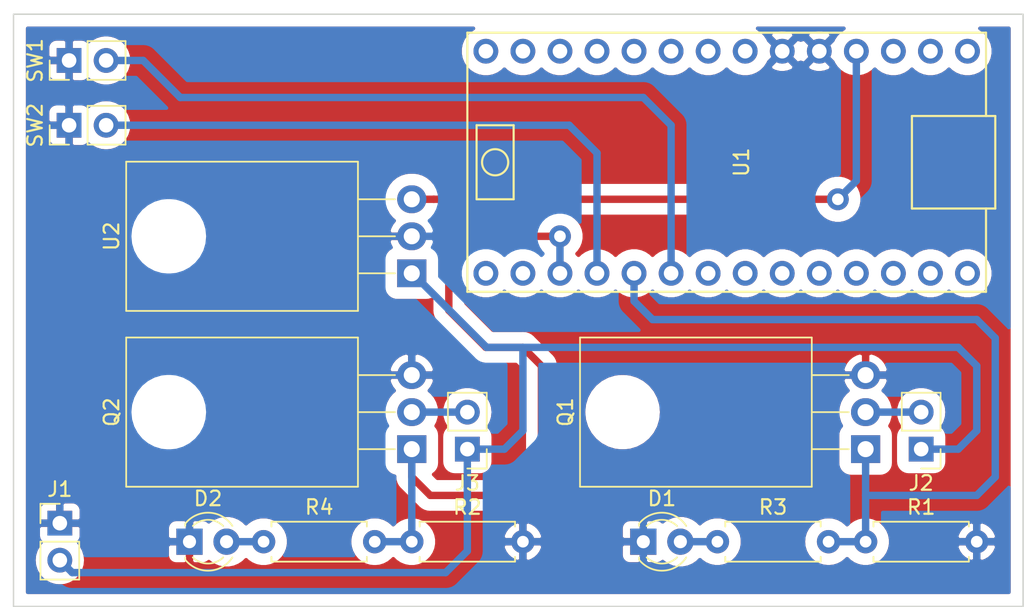
<source format=kicad_pcb>
(kicad_pcb (version 20171130) (host pcbnew "(5.1.0-0)")

  (general
    (thickness 1.6)
    (drawings 1)
    (tracks 57)
    (zones 0)
    (modules 15)
    (nets 12)
  )

  (page A4)
  (layers
    (0 F.Cu signal)
    (31 B.Cu signal)
    (32 B.Adhes user)
    (33 F.Adhes user)
    (34 B.Paste user)
    (35 F.Paste user)
    (36 B.SilkS user)
    (37 F.SilkS user)
    (38 B.Mask user)
    (39 F.Mask user)
    (40 Dwgs.User user)
    (41 Cmts.User user)
    (42 Eco1.User user)
    (43 Eco2.User user)
    (44 Edge.Cuts user)
    (45 Margin user)
    (46 B.CrtYd user)
    (47 F.CrtYd user)
    (48 B.Fab user)
    (49 F.Fab user)
  )

  (setup
    (last_trace_width 0.508)
    (user_trace_width 0.508)
    (trace_clearance 0.2)
    (zone_clearance 0.8)
    (zone_45_only no)
    (trace_min 0.2)
    (via_size 0.8)
    (via_drill 0.4)
    (via_min_size 0.4)
    (via_min_drill 0.3)
    (user_via 1.5 0.8)
    (uvia_size 0.3)
    (uvia_drill 0.1)
    (uvias_allowed no)
    (uvia_min_size 0.2)
    (uvia_min_drill 0.1)
    (edge_width 0.05)
    (segment_width 0.2)
    (pcb_text_width 0.3)
    (pcb_text_size 1.5 1.5)
    (mod_edge_width 0.12)
    (mod_text_size 1 1)
    (mod_text_width 0.15)
    (pad_size 1.524 1.524)
    (pad_drill 0.762)
    (pad_to_mask_clearance 0.051)
    (solder_mask_min_width 0.25)
    (aux_axis_origin 0 0)
    (grid_origin 137.795 121.285)
    (visible_elements FFFFEF7F)
    (pcbplotparams
      (layerselection 0x01000_ffffffff)
      (usegerberextensions false)
      (usegerberattributes false)
      (usegerberadvancedattributes false)
      (creategerberjobfile false)
      (excludeedgelayer true)
      (linewidth 0.100000)
      (plotframeref false)
      (viasonmask false)
      (mode 1)
      (useauxorigin false)
      (hpglpennumber 1)
      (hpglpenspeed 20)
      (hpglpendiameter 15.000000)
      (psnegative false)
      (psa4output false)
      (plotreference true)
      (plotvalue true)
      (plotinvisibletext false)
      (padsonsilk false)
      (subtractmaskfromsilk false)
      (outputformat 1)
      (mirror false)
      (drillshape 0)
      (scaleselection 1)
      (outputdirectory ""))
  )

  (net 0 "")
  (net 1 GND)
  (net 2 "Net-(D1-Pad2)")
  (net 3 +12V)
  (net 4 "Net-(J2-Pad2)")
  (net 5 "Net-(J3-Pad2)")
  (net 6 "Net-(D2-Pad2)")
  (net 7 +5V)
  (net 8 "Net-(Q1-Pad1)")
  (net 9 "Net-(Q2-Pad1)")
  (net 10 "Net-(SW2-Pad2)")
  (net 11 "Net-(SW1-Pad2)")

  (net_class Default "This is the default net class."
    (clearance 0.2)
    (trace_width 0.25)
    (via_dia 0.8)
    (via_drill 0.4)
    (uvia_dia 0.3)
    (uvia_drill 0.1)
    (add_net +12V)
    (add_net +5V)
    (add_net GND)
    (add_net "Net-(D1-Pad2)")
    (add_net "Net-(D2-Pad2)")
    (add_net "Net-(J2-Pad2)")
    (add_net "Net-(J3-Pad2)")
    (add_net "Net-(Q1-Pad1)")
    (add_net "Net-(Q2-Pad1)")
    (add_net "Net-(SW1-Pad2)")
    (add_net "Net-(SW2-Pad2)")
  )

  (module "Thermal AR Tile:Adafruit_Metro_Mini_328" (layer F.Cu) (tedit 5CF70130) (tstamp 5CD4AEC8)
    (at 158.75 97.79 90)
    (path /5CB90576)
    (fp_text reference U1 (at 0 -0.254 90) (layer F.SilkS)
      (effects (font (size 1 1) (thickness 0.15)))
    )
    (fp_text value Adafruit_Metro_Mini_328 (at 0 18.288 90) (layer F.Fab)
      (effects (font (size 1 1) (thickness 0.15)))
    )
    (fp_circle (center 0 -17.145) (end -0.635 -17.78) (layer F.SilkS) (width 0.15))
    (fp_line (start -2.54 -15.875) (end -2.54 -18.415) (layer F.SilkS) (width 0.15))
    (fp_line (start 2.54 -15.875) (end -2.54 -15.875) (layer F.SilkS) (width 0.15))
    (fp_line (start 2.54 -18.415) (end 2.54 -15.875) (layer F.SilkS) (width 0.15))
    (fp_line (start -2.54 -18.415) (end 2.54 -18.415) (layer F.SilkS) (width 0.15))
    (fp_line (start 8.89 16.51) (end 3.175 16.51) (layer F.SilkS) (width 0.15))
    (fp_line (start -8.89 16.51) (end -3.175 16.51) (layer F.SilkS) (width 0.15))
    (fp_line (start 3.175 17.145) (end -3.175 17.145) (layer F.SilkS) (width 0.15))
    (fp_line (start 3.175 11.43) (end 3.175 17.145) (layer F.SilkS) (width 0.15))
    (fp_line (start -3.175 11.43) (end 3.175 11.43) (layer F.SilkS) (width 0.15))
    (fp_line (start -3.175 17.145) (end -3.175 11.43) (layer F.SilkS) (width 0.15))
    (fp_line (start -8.89 16.51) (end -8.89 -19.05) (layer F.SilkS) (width 0.15))
    (fp_line (start 8.89 -19.05) (end 8.89 16.51) (layer F.SilkS) (width 0.15))
    (fp_line (start -8.89 -19.05) (end 8.89 -19.05) (layer F.SilkS) (width 0.15))
    (pad 28 thru_hole circle (at 7.62 -17.78 90) (size 1.7 1.7) (drill 1) (layers *.Cu *.Mask))
    (pad 27 thru_hole circle (at 7.62 -15.24 90) (size 1.7 1.7) (drill 1) (layers *.Cu *.Mask))
    (pad 26 thru_hole circle (at 7.62 -12.7 90) (size 1.7 1.7) (drill 1) (layers *.Cu *.Mask))
    (pad 25 thru_hole circle (at 7.62 -10.16 90) (size 1.7 1.7) (drill 1) (layers *.Cu *.Mask))
    (pad 24 thru_hole circle (at 7.62 -7.62 90) (size 1.7 1.7) (drill 1) (layers *.Cu *.Mask))
    (pad 23 thru_hole circle (at 7.62 -5.08 90) (size 1.7 1.7) (drill 1) (layers *.Cu *.Mask))
    (pad 22 thru_hole circle (at 7.62 -2.54 90) (size 1.7 1.7) (drill 1) (layers *.Cu *.Mask))
    (pad 21 thru_hole circle (at 7.62 0 90) (size 1.7 1.7) (drill 1) (layers *.Cu *.Mask))
    (pad 20 thru_hole circle (at 7.62 2.54 90) (size 1.7 1.7) (drill 1) (layers *.Cu *.Mask)
      (net 1 GND))
    (pad 19 thru_hole circle (at 7.62 5.08 90) (size 1.7 1.7) (drill 1) (layers *.Cu *.Mask)
      (net 1 GND))
    (pad 18 thru_hole circle (at 7.62 7.62 90) (size 1.7 1.7) (drill 1) (layers *.Cu *.Mask)
      (net 7 +5V))
    (pad 17 thru_hole circle (at 7.62 10.16 90) (size 1.7 1.7) (drill 1) (layers *.Cu *.Mask))
    (pad 16 thru_hole circle (at 7.62 12.7 90) (size 1.7 1.7) (drill 1) (layers *.Cu *.Mask))
    (pad 15 thru_hole circle (at 7.62 15.24 90) (size 1.7 1.7) (drill 1) (layers *.Cu *.Mask))
    (pad 14 thru_hole circle (at -7.62 15.24 90) (size 1.7 1.7) (drill 1) (layers *.Cu *.Mask))
    (pad 13 thru_hole circle (at -7.62 12.7 90) (size 1.7 1.7) (drill 1) (layers *.Cu *.Mask))
    (pad 12 thru_hole circle (at -7.62 10.16 90) (size 1.7 1.7) (drill 1) (layers *.Cu *.Mask))
    (pad 11 thru_hole circle (at -7.62 7.62 90) (size 1.7 1.7) (drill 1) (layers *.Cu *.Mask))
    (pad 10 thru_hole circle (at -7.62 5.08 90) (size 1.7 1.7) (drill 1) (layers *.Cu *.Mask))
    (pad 9 thru_hole circle (at -7.62 2.54 90) (size 1.7 1.7) (drill 1) (layers *.Cu *.Mask))
    (pad 8 thru_hole circle (at -7.62 0 90) (size 1.7 1.7) (drill 1) (layers *.Cu *.Mask))
    (pad 7 thru_hole circle (at -7.62 -2.54 90) (size 1.7 1.7) (drill 1) (layers *.Cu *.Mask))
    (pad 6 thru_hole circle (at -7.62 -5.08 90) (size 1.7 1.7) (drill 1) (layers *.Cu *.Mask)
      (net 11 "Net-(SW1-Pad2)"))
    (pad 5 thru_hole circle (at -7.62 -7.62 90) (size 1.7 1.7) (drill 1) (layers *.Cu *.Mask)
      (net 8 "Net-(Q1-Pad1)"))
    (pad 4 thru_hole circle (at -7.62 -10.16 90) (size 1.7 1.7) (drill 1) (layers *.Cu *.Mask)
      (net 10 "Net-(SW2-Pad2)"))
    (pad 3 thru_hole circle (at -7.62 -12.7 90) (size 1.7 1.7) (drill 1) (layers *.Cu *.Mask)
      (net 9 "Net-(Q2-Pad1)"))
    (pad 2 thru_hole circle (at -7.62 -15.24 90) (size 1.7 1.7) (drill 1) (layers *.Cu *.Mask))
    (pad 1 thru_hole circle (at -7.62 -17.78 90) (size 1.7 1.7) (drill 1) (layers *.Cu *.Mask))
  )

  (module Connector_PinHeader_2.54mm:PinHeader_1x02_P2.54mm_Vertical (layer F.Cu) (tedit 59FED5CC) (tstamp 5CD496EC)
    (at 111.76 122.555)
    (descr "Through hole straight pin header, 1x02, 2.54mm pitch, single row")
    (tags "Through hole pin header THT 1x02 2.54mm single row")
    (path /5CBA07DF)
    (fp_text reference J1 (at 0 -2.33) (layer F.SilkS)
      (effects (font (size 1 1) (thickness 0.15)))
    )
    (fp_text value Power_12V (at 0 4.87) (layer F.Fab)
      (effects (font (size 1 1) (thickness 0.15)))
    )
    (fp_line (start -0.635 -1.27) (end 1.27 -1.27) (layer F.Fab) (width 0.1))
    (fp_line (start 1.27 -1.27) (end 1.27 3.81) (layer F.Fab) (width 0.1))
    (fp_line (start 1.27 3.81) (end -1.27 3.81) (layer F.Fab) (width 0.1))
    (fp_line (start -1.27 3.81) (end -1.27 -0.635) (layer F.Fab) (width 0.1))
    (fp_line (start -1.27 -0.635) (end -0.635 -1.27) (layer F.Fab) (width 0.1))
    (fp_line (start -1.33 3.87) (end 1.33 3.87) (layer F.SilkS) (width 0.12))
    (fp_line (start -1.33 1.27) (end -1.33 3.87) (layer F.SilkS) (width 0.12))
    (fp_line (start 1.33 1.27) (end 1.33 3.87) (layer F.SilkS) (width 0.12))
    (fp_line (start -1.33 1.27) (end 1.33 1.27) (layer F.SilkS) (width 0.12))
    (fp_line (start -1.33 0) (end -1.33 -1.33) (layer F.SilkS) (width 0.12))
    (fp_line (start -1.33 -1.33) (end 0 -1.33) (layer F.SilkS) (width 0.12))
    (fp_line (start -1.8 -1.8) (end -1.8 4.35) (layer F.CrtYd) (width 0.05))
    (fp_line (start -1.8 4.35) (end 1.8 4.35) (layer F.CrtYd) (width 0.05))
    (fp_line (start 1.8 4.35) (end 1.8 -1.8) (layer F.CrtYd) (width 0.05))
    (fp_line (start 1.8 -1.8) (end -1.8 -1.8) (layer F.CrtYd) (width 0.05))
    (fp_text user %R (at 0 1.27 90) (layer F.Fab)
      (effects (font (size 1 1) (thickness 0.15)))
    )
    (pad 1 thru_hole rect (at 0 0) (size 1.7 1.7) (drill 1) (layers *.Cu *.Mask)
      (net 1 GND))
    (pad 2 thru_hole oval (at 0 2.54) (size 1.7 1.7) (drill 1) (layers *.Cu *.Mask)
      (net 3 +12V))
    (model ${KISYS3DMOD}/Connector_PinHeader_2.54mm.3dshapes/PinHeader_1x02_P2.54mm_Vertical.wrl
      (at (xyz 0 0 0))
      (scale (xyz 1 1 1))
      (rotate (xyz 0 0 0))
    )
  )

  (module Connector_PinHeader_2.54mm:PinHeader_1x02_P2.54mm_Vertical (layer F.Cu) (tedit 59FED5CC) (tstamp 5CF6FF09)
    (at 170.815 117.475 180)
    (descr "Through hole straight pin header, 1x02, 2.54mm pitch, single row")
    (tags "Through hole pin header THT 1x02 2.54mm single row")
    (path /5CBAA82A)
    (fp_text reference J2 (at 0 -2.33 180) (layer F.SilkS)
      (effects (font (size 1 1) (thickness 0.15)))
    )
    (fp_text value Heater2 (at 0 4.87 180) (layer F.Fab)
      (effects (font (size 1 1) (thickness 0.15)))
    )
    (fp_text user %R (at 0 1.27 90) (layer F.Fab)
      (effects (font (size 1 1) (thickness 0.15)))
    )
    (fp_line (start 1.8 -1.8) (end -1.8 -1.8) (layer F.CrtYd) (width 0.05))
    (fp_line (start 1.8 4.35) (end 1.8 -1.8) (layer F.CrtYd) (width 0.05))
    (fp_line (start -1.8 4.35) (end 1.8 4.35) (layer F.CrtYd) (width 0.05))
    (fp_line (start -1.8 -1.8) (end -1.8 4.35) (layer F.CrtYd) (width 0.05))
    (fp_line (start -1.33 -1.33) (end 0 -1.33) (layer F.SilkS) (width 0.12))
    (fp_line (start -1.33 0) (end -1.33 -1.33) (layer F.SilkS) (width 0.12))
    (fp_line (start -1.33 1.27) (end 1.33 1.27) (layer F.SilkS) (width 0.12))
    (fp_line (start 1.33 1.27) (end 1.33 3.87) (layer F.SilkS) (width 0.12))
    (fp_line (start -1.33 1.27) (end -1.33 3.87) (layer F.SilkS) (width 0.12))
    (fp_line (start -1.33 3.87) (end 1.33 3.87) (layer F.SilkS) (width 0.12))
    (fp_line (start -1.27 -0.635) (end -0.635 -1.27) (layer F.Fab) (width 0.1))
    (fp_line (start -1.27 3.81) (end -1.27 -0.635) (layer F.Fab) (width 0.1))
    (fp_line (start 1.27 3.81) (end -1.27 3.81) (layer F.Fab) (width 0.1))
    (fp_line (start 1.27 -1.27) (end 1.27 3.81) (layer F.Fab) (width 0.1))
    (fp_line (start -0.635 -1.27) (end 1.27 -1.27) (layer F.Fab) (width 0.1))
    (pad 2 thru_hole oval (at 0 2.54 180) (size 1.7 1.7) (drill 1) (layers *.Cu *.Mask)
      (net 4 "Net-(J2-Pad2)"))
    (pad 1 thru_hole rect (at 0 0 180) (size 1.7 1.7) (drill 1) (layers *.Cu *.Mask)
      (net 3 +12V))
    (model ${KISYS3DMOD}/Connector_PinHeader_2.54mm.3dshapes/PinHeader_1x02_P2.54mm_Vertical.wrl
      (at (xyz 0 0 0))
      (scale (xyz 1 1 1))
      (rotate (xyz 0 0 0))
    )
  )

  (module Connector_PinHeader_2.54mm:PinHeader_1x02_P2.54mm_Vertical (layer F.Cu) (tedit 59FED5CC) (tstamp 5CF6FC90)
    (at 139.7 117.475 180)
    (descr "Through hole straight pin header, 1x02, 2.54mm pitch, single row")
    (tags "Through hole pin header THT 1x02 2.54mm single row")
    (path /5CBAB4DA)
    (fp_text reference J3 (at 0 -2.33 180) (layer F.SilkS)
      (effects (font (size 1 1) (thickness 0.15)))
    )
    (fp_text value Heater1 (at 0 4.87 180) (layer F.Fab)
      (effects (font (size 1 1) (thickness 0.15)))
    )
    (fp_line (start -0.635 -1.27) (end 1.27 -1.27) (layer F.Fab) (width 0.1))
    (fp_line (start 1.27 -1.27) (end 1.27 3.81) (layer F.Fab) (width 0.1))
    (fp_line (start 1.27 3.81) (end -1.27 3.81) (layer F.Fab) (width 0.1))
    (fp_line (start -1.27 3.81) (end -1.27 -0.635) (layer F.Fab) (width 0.1))
    (fp_line (start -1.27 -0.635) (end -0.635 -1.27) (layer F.Fab) (width 0.1))
    (fp_line (start -1.33 3.87) (end 1.33 3.87) (layer F.SilkS) (width 0.12))
    (fp_line (start -1.33 1.27) (end -1.33 3.87) (layer F.SilkS) (width 0.12))
    (fp_line (start 1.33 1.27) (end 1.33 3.87) (layer F.SilkS) (width 0.12))
    (fp_line (start -1.33 1.27) (end 1.33 1.27) (layer F.SilkS) (width 0.12))
    (fp_line (start -1.33 0) (end -1.33 -1.33) (layer F.SilkS) (width 0.12))
    (fp_line (start -1.33 -1.33) (end 0 -1.33) (layer F.SilkS) (width 0.12))
    (fp_line (start -1.8 -1.8) (end -1.8 4.35) (layer F.CrtYd) (width 0.05))
    (fp_line (start -1.8 4.35) (end 1.8 4.35) (layer F.CrtYd) (width 0.05))
    (fp_line (start 1.8 4.35) (end 1.8 -1.8) (layer F.CrtYd) (width 0.05))
    (fp_line (start 1.8 -1.8) (end -1.8 -1.8) (layer F.CrtYd) (width 0.05))
    (fp_text user %R (at 0 1.27 270) (layer F.Fab)
      (effects (font (size 1 1) (thickness 0.15)))
    )
    (pad 1 thru_hole rect (at 0 0 180) (size 1.7 1.7) (drill 1) (layers *.Cu *.Mask)
      (net 3 +12V))
    (pad 2 thru_hole oval (at 0 2.54 180) (size 1.7 1.7) (drill 1) (layers *.Cu *.Mask)
      (net 5 "Net-(J3-Pad2)"))
    (model ${KISYS3DMOD}/Connector_PinHeader_2.54mm.3dshapes/PinHeader_1x02_P2.54mm_Vertical.wrl
      (at (xyz 0 0 0))
      (scale (xyz 1 1 1))
      (rotate (xyz 0 0 0))
    )
  )

  (module Resistor_THT:R_Axial_DIN0207_L6.3mm_D2.5mm_P7.62mm_Horizontal (layer F.Cu) (tedit 5AE5139B) (tstamp 5CF6FCD0)
    (at 167.005 123.825)
    (descr "Resistor, Axial_DIN0207 series, Axial, Horizontal, pin pitch=7.62mm, 0.25W = 1/4W, length*diameter=6.3*2.5mm^2, http://cdn-reichelt.de/documents/datenblatt/B400/1_4W%23YAG.pdf")
    (tags "Resistor Axial_DIN0207 series Axial Horizontal pin pitch 7.62mm 0.25W = 1/4W length 6.3mm diameter 2.5mm")
    (path /5CB9DBDD)
    (fp_text reference R1 (at 3.81 -2.37) (layer F.SilkS)
      (effects (font (size 1 1) (thickness 0.15)))
    )
    (fp_text value 10K (at 3.81 2.37) (layer F.Fab)
      (effects (font (size 1 1) (thickness 0.15)))
    )
    (fp_line (start 0.66 -1.25) (end 0.66 1.25) (layer F.Fab) (width 0.1))
    (fp_line (start 0.66 1.25) (end 6.96 1.25) (layer F.Fab) (width 0.1))
    (fp_line (start 6.96 1.25) (end 6.96 -1.25) (layer F.Fab) (width 0.1))
    (fp_line (start 6.96 -1.25) (end 0.66 -1.25) (layer F.Fab) (width 0.1))
    (fp_line (start 0 0) (end 0.66 0) (layer F.Fab) (width 0.1))
    (fp_line (start 7.62 0) (end 6.96 0) (layer F.Fab) (width 0.1))
    (fp_line (start 0.54 -1.04) (end 0.54 -1.37) (layer F.SilkS) (width 0.12))
    (fp_line (start 0.54 -1.37) (end 7.08 -1.37) (layer F.SilkS) (width 0.12))
    (fp_line (start 7.08 -1.37) (end 7.08 -1.04) (layer F.SilkS) (width 0.12))
    (fp_line (start 0.54 1.04) (end 0.54 1.37) (layer F.SilkS) (width 0.12))
    (fp_line (start 0.54 1.37) (end 7.08 1.37) (layer F.SilkS) (width 0.12))
    (fp_line (start 7.08 1.37) (end 7.08 1.04) (layer F.SilkS) (width 0.12))
    (fp_line (start -1.05 -1.5) (end -1.05 1.5) (layer F.CrtYd) (width 0.05))
    (fp_line (start -1.05 1.5) (end 8.67 1.5) (layer F.CrtYd) (width 0.05))
    (fp_line (start 8.67 1.5) (end 8.67 -1.5) (layer F.CrtYd) (width 0.05))
    (fp_line (start 8.67 -1.5) (end -1.05 -1.5) (layer F.CrtYd) (width 0.05))
    (fp_text user %R (at 3.81 0) (layer F.Fab)
      (effects (font (size 1 1) (thickness 0.15)))
    )
    (pad 1 thru_hole circle (at 0 0) (size 1.6 1.6) (drill 0.8) (layers *.Cu *.Mask)
      (net 8 "Net-(Q1-Pad1)"))
    (pad 2 thru_hole oval (at 7.62 0) (size 1.6 1.6) (drill 0.8) (layers *.Cu *.Mask)
      (net 1 GND))
    (model ${KISYS3DMOD}/Resistor_THT.3dshapes/R_Axial_DIN0207_L6.3mm_D2.5mm_P7.62mm_Horizontal.wrl
      (at (xyz 0 0 0))
      (scale (xyz 1 1 1))
      (rotate (xyz 0 0 0))
    )
  )

  (module Resistor_THT:R_Axial_DIN0207_L6.3mm_D2.5mm_P7.62mm_Horizontal (layer F.Cu) (tedit 5AE5139B) (tstamp 5CF6FD12)
    (at 135.89 123.825)
    (descr "Resistor, Axial_DIN0207 series, Axial, Horizontal, pin pitch=7.62mm, 0.25W = 1/4W, length*diameter=6.3*2.5mm^2, http://cdn-reichelt.de/documents/datenblatt/B400/1_4W%23YAG.pdf")
    (tags "Resistor Axial_DIN0207 series Axial Horizontal pin pitch 7.62mm 0.25W = 1/4W length 6.3mm diameter 2.5mm")
    (path /5CB9E03B)
    (fp_text reference R2 (at 3.81 -2.37) (layer F.SilkS)
      (effects (font (size 1 1) (thickness 0.15)))
    )
    (fp_text value 10K (at 3.81 2.37) (layer F.Fab)
      (effects (font (size 1 1) (thickness 0.15)))
    )
    (fp_text user %R (at 3.81 0 180) (layer F.Fab)
      (effects (font (size 1 1) (thickness 0.15)))
    )
    (fp_line (start 8.67 -1.5) (end -1.05 -1.5) (layer F.CrtYd) (width 0.05))
    (fp_line (start 8.67 1.5) (end 8.67 -1.5) (layer F.CrtYd) (width 0.05))
    (fp_line (start -1.05 1.5) (end 8.67 1.5) (layer F.CrtYd) (width 0.05))
    (fp_line (start -1.05 -1.5) (end -1.05 1.5) (layer F.CrtYd) (width 0.05))
    (fp_line (start 7.08 1.37) (end 7.08 1.04) (layer F.SilkS) (width 0.12))
    (fp_line (start 0.54 1.37) (end 7.08 1.37) (layer F.SilkS) (width 0.12))
    (fp_line (start 0.54 1.04) (end 0.54 1.37) (layer F.SilkS) (width 0.12))
    (fp_line (start 7.08 -1.37) (end 7.08 -1.04) (layer F.SilkS) (width 0.12))
    (fp_line (start 0.54 -1.37) (end 7.08 -1.37) (layer F.SilkS) (width 0.12))
    (fp_line (start 0.54 -1.04) (end 0.54 -1.37) (layer F.SilkS) (width 0.12))
    (fp_line (start 7.62 0) (end 6.96 0) (layer F.Fab) (width 0.1))
    (fp_line (start 0 0) (end 0.66 0) (layer F.Fab) (width 0.1))
    (fp_line (start 6.96 -1.25) (end 0.66 -1.25) (layer F.Fab) (width 0.1))
    (fp_line (start 6.96 1.25) (end 6.96 -1.25) (layer F.Fab) (width 0.1))
    (fp_line (start 0.66 1.25) (end 6.96 1.25) (layer F.Fab) (width 0.1))
    (fp_line (start 0.66 -1.25) (end 0.66 1.25) (layer F.Fab) (width 0.1))
    (pad 2 thru_hole oval (at 7.62 0) (size 1.6 1.6) (drill 0.8) (layers *.Cu *.Mask)
      (net 1 GND))
    (pad 1 thru_hole circle (at 0 0) (size 1.6 1.6) (drill 0.8) (layers *.Cu *.Mask)
      (net 9 "Net-(Q2-Pad1)"))
    (model ${KISYS3DMOD}/Resistor_THT.3dshapes/R_Axial_DIN0207_L6.3mm_D2.5mm_P7.62mm_Horizontal.wrl
      (at (xyz 0 0 0))
      (scale (xyz 1 1 1))
      (rotate (xyz 0 0 0))
    )
  )

  (module LED_THT:LED_D3.0mm (layer F.Cu) (tedit 587A3A7B) (tstamp 5CF6FECA)
    (at 120.65 123.825)
    (descr "LED, diameter 3.0mm, 2 pins")
    (tags "LED diameter 3.0mm 2 pins")
    (path /5CB93E9C)
    (fp_text reference D2 (at 1.27 -2.96) (layer F.SilkS)
      (effects (font (size 1 1) (thickness 0.15)))
    )
    (fp_text value LED_B (at 1.27 2.96) (layer F.Fab)
      (effects (font (size 1 1) (thickness 0.15)))
    )
    (fp_arc (start 1.27 0) (end -0.23 -1.16619) (angle 284.3) (layer F.Fab) (width 0.1))
    (fp_arc (start 1.27 0) (end -0.29 -1.235516) (angle 108.8) (layer F.SilkS) (width 0.12))
    (fp_arc (start 1.27 0) (end -0.29 1.235516) (angle -108.8) (layer F.SilkS) (width 0.12))
    (fp_arc (start 1.27 0) (end 0.229039 -1.08) (angle 87.9) (layer F.SilkS) (width 0.12))
    (fp_arc (start 1.27 0) (end 0.229039 1.08) (angle -87.9) (layer F.SilkS) (width 0.12))
    (fp_circle (center 1.27 0) (end 2.77 0) (layer F.Fab) (width 0.1))
    (fp_line (start -0.23 -1.16619) (end -0.23 1.16619) (layer F.Fab) (width 0.1))
    (fp_line (start -0.29 -1.236) (end -0.29 -1.08) (layer F.SilkS) (width 0.12))
    (fp_line (start -0.29 1.08) (end -0.29 1.236) (layer F.SilkS) (width 0.12))
    (fp_line (start -1.15 -2.25) (end -1.15 2.25) (layer F.CrtYd) (width 0.05))
    (fp_line (start -1.15 2.25) (end 3.7 2.25) (layer F.CrtYd) (width 0.05))
    (fp_line (start 3.7 2.25) (end 3.7 -2.25) (layer F.CrtYd) (width 0.05))
    (fp_line (start 3.7 -2.25) (end -1.15 -2.25) (layer F.CrtYd) (width 0.05))
    (pad 1 thru_hole rect (at 0 0) (size 1.8 1.8) (drill 0.9) (layers *.Cu *.Mask)
      (net 1 GND))
    (pad 2 thru_hole circle (at 2.54 0) (size 1.8 1.8) (drill 0.9) (layers *.Cu *.Mask)
      (net 6 "Net-(D2-Pad2)"))
    (model ${KISYS3DMOD}/LED_THT.3dshapes/LED_D3.0mm.wrl
      (at (xyz 0 0 0))
      (scale (xyz 1 1 1))
      (rotate (xyz 0 0 0))
    )
  )

  (module LED_THT:LED_D3.0mm (layer F.Cu) (tedit 587A3A7B) (tstamp 5CF6FE94)
    (at 151.765 123.825)
    (descr "LED, diameter 3.0mm, 2 pins")
    (tags "LED diameter 3.0mm 2 pins")
    (path /5CB91CB4)
    (fp_text reference D1 (at 1.27 -2.96) (layer F.SilkS)
      (effects (font (size 1 1) (thickness 0.15)))
    )
    (fp_text value LED_A (at 1.27 2.96) (layer F.Fab)
      (effects (font (size 1 1) (thickness 0.15)))
    )
    (fp_arc (start 1.27 0) (end -0.23 -1.16619) (angle 284.3) (layer F.Fab) (width 0.1))
    (fp_arc (start 1.27 0) (end -0.29 -1.235516) (angle 108.8) (layer F.SilkS) (width 0.12))
    (fp_arc (start 1.27 0) (end -0.29 1.235516) (angle -108.8) (layer F.SilkS) (width 0.12))
    (fp_arc (start 1.27 0) (end 0.229039 -1.08) (angle 87.9) (layer F.SilkS) (width 0.12))
    (fp_arc (start 1.27 0) (end 0.229039 1.08) (angle -87.9) (layer F.SilkS) (width 0.12))
    (fp_circle (center 1.27 0) (end 2.77 0) (layer F.Fab) (width 0.1))
    (fp_line (start -0.23 -1.16619) (end -0.23 1.16619) (layer F.Fab) (width 0.1))
    (fp_line (start -0.29 -1.236) (end -0.29 -1.08) (layer F.SilkS) (width 0.12))
    (fp_line (start -0.29 1.08) (end -0.29 1.236) (layer F.SilkS) (width 0.12))
    (fp_line (start -1.15 -2.25) (end -1.15 2.25) (layer F.CrtYd) (width 0.05))
    (fp_line (start -1.15 2.25) (end 3.7 2.25) (layer F.CrtYd) (width 0.05))
    (fp_line (start 3.7 2.25) (end 3.7 -2.25) (layer F.CrtYd) (width 0.05))
    (fp_line (start 3.7 -2.25) (end -1.15 -2.25) (layer F.CrtYd) (width 0.05))
    (pad 1 thru_hole rect (at 0 0) (size 1.8 1.8) (drill 0.9) (layers *.Cu *.Mask)
      (net 1 GND))
    (pad 2 thru_hole circle (at 2.54 0) (size 1.8 1.8) (drill 0.9) (layers *.Cu *.Mask)
      (net 2 "Net-(D1-Pad2)"))
    (model ${KISYS3DMOD}/LED_THT.3dshapes/LED_D3.0mm.wrl
      (at (xyz 0 0 0))
      (scale (xyz 1 1 1))
      (rotate (xyz 0 0 0))
    )
  )

  (module Package_TO_SOT_THT:TO-220-3_Horizontal_TabDown (layer F.Cu) (tedit 5AC8BA0D) (tstamp 5CF6FE44)
    (at 167.005 117.475 90)
    (descr "TO-220-3, Horizontal, RM 2.54mm, see https://www.vishay.com/docs/66542/to-220-1.pdf")
    (tags "TO-220-3 Horizontal RM 2.54mm")
    (path /5CB9CB01)
    (fp_text reference Q1 (at 2.54 -20.58 90) (layer F.SilkS)
      (effects (font (size 1 1) (thickness 0.15)))
    )
    (fp_text value PSMN022-30PL (at 2.54 2 90) (layer F.Fab)
      (effects (font (size 1 1) (thickness 0.15)))
    )
    (fp_text user %R (at 2.54 -20.58 90) (layer F.Fab)
      (effects (font (size 1 1) (thickness 0.15)))
    )
    (fp_line (start 7.79 -19.71) (end -2.71 -19.71) (layer F.CrtYd) (width 0.05))
    (fp_line (start 7.79 1.25) (end 7.79 -19.71) (layer F.CrtYd) (width 0.05))
    (fp_line (start -2.71 1.25) (end 7.79 1.25) (layer F.CrtYd) (width 0.05))
    (fp_line (start -2.71 -19.71) (end -2.71 1.25) (layer F.CrtYd) (width 0.05))
    (fp_line (start 5.08 -3.69) (end 5.08 -1.15) (layer F.SilkS) (width 0.12))
    (fp_line (start 2.54 -3.69) (end 2.54 -1.15) (layer F.SilkS) (width 0.12))
    (fp_line (start 0 -3.69) (end 0 -1.15) (layer F.SilkS) (width 0.12))
    (fp_line (start 7.66 -19.58) (end 7.66 -3.69) (layer F.SilkS) (width 0.12))
    (fp_line (start -2.58 -19.58) (end -2.58 -3.69) (layer F.SilkS) (width 0.12))
    (fp_line (start -2.58 -19.58) (end 7.66 -19.58) (layer F.SilkS) (width 0.12))
    (fp_line (start -2.58 -3.69) (end 7.66 -3.69) (layer F.SilkS) (width 0.12))
    (fp_line (start 5.08 -3.81) (end 5.08 0) (layer F.Fab) (width 0.1))
    (fp_line (start 2.54 -3.81) (end 2.54 0) (layer F.Fab) (width 0.1))
    (fp_line (start 0 -3.81) (end 0 0) (layer F.Fab) (width 0.1))
    (fp_line (start 7.54 -3.81) (end -2.46 -3.81) (layer F.Fab) (width 0.1))
    (fp_line (start 7.54 -13.06) (end 7.54 -3.81) (layer F.Fab) (width 0.1))
    (fp_line (start -2.46 -13.06) (end 7.54 -13.06) (layer F.Fab) (width 0.1))
    (fp_line (start -2.46 -3.81) (end -2.46 -13.06) (layer F.Fab) (width 0.1))
    (fp_line (start 7.54 -13.06) (end -2.46 -13.06) (layer F.Fab) (width 0.1))
    (fp_line (start 7.54 -19.46) (end 7.54 -13.06) (layer F.Fab) (width 0.1))
    (fp_line (start -2.46 -19.46) (end 7.54 -19.46) (layer F.Fab) (width 0.1))
    (fp_line (start -2.46 -13.06) (end -2.46 -19.46) (layer F.Fab) (width 0.1))
    (fp_circle (center 2.54 -16.66) (end 4.39 -16.66) (layer F.Fab) (width 0.1))
    (pad 3 thru_hole oval (at 5.08 0 90) (size 1.905 2) (drill 1.1) (layers *.Cu *.Mask)
      (net 1 GND))
    (pad 2 thru_hole oval (at 2.54 0 90) (size 1.905 2) (drill 1.1) (layers *.Cu *.Mask)
      (net 4 "Net-(J2-Pad2)"))
    (pad 1 thru_hole rect (at 0 0 90) (size 1.905 2) (drill 1.1) (layers *.Cu *.Mask)
      (net 8 "Net-(Q1-Pad1)"))
    (pad "" np_thru_hole oval (at 2.54 -16.66 90) (size 3.5 3.5) (drill 3.5) (layers *.Cu *.Mask))
    (model ${KISYS3DMOD}/Package_TO_SOT_THT.3dshapes/TO-220-3_Horizontal_TabDown.wrl
      (at (xyz 0 0 0))
      (scale (xyz 1 1 1))
      (rotate (xyz 0 0 0))
    )
  )

  (module Package_TO_SOT_THT:TO-220-3_Horizontal_TabDown (layer F.Cu) (tedit 5AC8BA0D) (tstamp 5CF6FDE7)
    (at 135.89 117.475 90)
    (descr "TO-220-3, Horizontal, RM 2.54mm, see https://www.vishay.com/docs/66542/to-220-1.pdf")
    (tags "TO-220-3 Horizontal RM 2.54mm")
    (path /5CB9B78A)
    (fp_text reference Q2 (at 2.54 -20.58 90) (layer F.SilkS)
      (effects (font (size 1 1) (thickness 0.15)))
    )
    (fp_text value PSMN022-30PL (at 2.54 2 90) (layer F.Fab)
      (effects (font (size 1 1) (thickness 0.15)))
    )
    (fp_circle (center 2.54 -16.66) (end 4.39 -16.66) (layer F.Fab) (width 0.1))
    (fp_line (start -2.46 -13.06) (end -2.46 -19.46) (layer F.Fab) (width 0.1))
    (fp_line (start -2.46 -19.46) (end 7.54 -19.46) (layer F.Fab) (width 0.1))
    (fp_line (start 7.54 -19.46) (end 7.54 -13.06) (layer F.Fab) (width 0.1))
    (fp_line (start 7.54 -13.06) (end -2.46 -13.06) (layer F.Fab) (width 0.1))
    (fp_line (start -2.46 -3.81) (end -2.46 -13.06) (layer F.Fab) (width 0.1))
    (fp_line (start -2.46 -13.06) (end 7.54 -13.06) (layer F.Fab) (width 0.1))
    (fp_line (start 7.54 -13.06) (end 7.54 -3.81) (layer F.Fab) (width 0.1))
    (fp_line (start 7.54 -3.81) (end -2.46 -3.81) (layer F.Fab) (width 0.1))
    (fp_line (start 0 -3.81) (end 0 0) (layer F.Fab) (width 0.1))
    (fp_line (start 2.54 -3.81) (end 2.54 0) (layer F.Fab) (width 0.1))
    (fp_line (start 5.08 -3.81) (end 5.08 0) (layer F.Fab) (width 0.1))
    (fp_line (start -2.58 -3.69) (end 7.66 -3.69) (layer F.SilkS) (width 0.12))
    (fp_line (start -2.58 -19.58) (end 7.66 -19.58) (layer F.SilkS) (width 0.12))
    (fp_line (start -2.58 -19.58) (end -2.58 -3.69) (layer F.SilkS) (width 0.12))
    (fp_line (start 7.66 -19.58) (end 7.66 -3.69) (layer F.SilkS) (width 0.12))
    (fp_line (start 0 -3.69) (end 0 -1.15) (layer F.SilkS) (width 0.12))
    (fp_line (start 2.54 -3.69) (end 2.54 -1.15) (layer F.SilkS) (width 0.12))
    (fp_line (start 5.08 -3.69) (end 5.08 -1.15) (layer F.SilkS) (width 0.12))
    (fp_line (start -2.71 -19.71) (end -2.71 1.25) (layer F.CrtYd) (width 0.05))
    (fp_line (start -2.71 1.25) (end 7.79 1.25) (layer F.CrtYd) (width 0.05))
    (fp_line (start 7.79 1.25) (end 7.79 -19.71) (layer F.CrtYd) (width 0.05))
    (fp_line (start 7.79 -19.71) (end -2.71 -19.71) (layer F.CrtYd) (width 0.05))
    (fp_text user %R (at 2.54 -20.58 90) (layer F.Fab)
      (effects (font (size 1 1) (thickness 0.15)))
    )
    (pad "" np_thru_hole oval (at 2.54 -16.66 90) (size 3.5 3.5) (drill 3.5) (layers *.Cu *.Mask))
    (pad 1 thru_hole rect (at 0 0 90) (size 1.905 2) (drill 1.1) (layers *.Cu *.Mask)
      (net 9 "Net-(Q2-Pad1)"))
    (pad 2 thru_hole oval (at 2.54 0 90) (size 1.905 2) (drill 1.1) (layers *.Cu *.Mask)
      (net 5 "Net-(J3-Pad2)"))
    (pad 3 thru_hole oval (at 5.08 0 90) (size 1.905 2) (drill 1.1) (layers *.Cu *.Mask)
      (net 1 GND))
    (model ${KISYS3DMOD}/Package_TO_SOT_THT.3dshapes/TO-220-3_Horizontal_TabDown.wrl
      (at (xyz 0 0 0))
      (scale (xyz 1 1 1))
      (rotate (xyz 0 0 0))
    )
  )

  (module Package_TO_SOT_THT:TO-220-3_Horizontal_TabDown (layer F.Cu) (tedit 5AC8BA0D) (tstamp 5CD4B2A3)
    (at 135.89 105.41 90)
    (descr "TO-220-3, Horizontal, RM 2.54mm, see https://www.vishay.com/docs/66542/to-220-1.pdf")
    (tags "TO-220-3 Horizontal RM 2.54mm")
    (path /5CB8CEB1)
    (fp_text reference U2 (at 2.54 -20.58 90) (layer F.SilkS)
      (effects (font (size 1 1) (thickness 0.15)))
    )
    (fp_text value uA7805 (at 2.54 2 90) (layer F.Fab)
      (effects (font (size 1 1) (thickness 0.15)))
    )
    (fp_circle (center 2.54 -16.66) (end 4.39 -16.66) (layer F.Fab) (width 0.1))
    (fp_line (start -2.46 -13.06) (end -2.46 -19.46) (layer F.Fab) (width 0.1))
    (fp_line (start -2.46 -19.46) (end 7.54 -19.46) (layer F.Fab) (width 0.1))
    (fp_line (start 7.54 -19.46) (end 7.54 -13.06) (layer F.Fab) (width 0.1))
    (fp_line (start 7.54 -13.06) (end -2.46 -13.06) (layer F.Fab) (width 0.1))
    (fp_line (start -2.46 -3.81) (end -2.46 -13.06) (layer F.Fab) (width 0.1))
    (fp_line (start -2.46 -13.06) (end 7.54 -13.06) (layer F.Fab) (width 0.1))
    (fp_line (start 7.54 -13.06) (end 7.54 -3.81) (layer F.Fab) (width 0.1))
    (fp_line (start 7.54 -3.81) (end -2.46 -3.81) (layer F.Fab) (width 0.1))
    (fp_line (start 0 -3.81) (end 0 0) (layer F.Fab) (width 0.1))
    (fp_line (start 2.54 -3.81) (end 2.54 0) (layer F.Fab) (width 0.1))
    (fp_line (start 5.08 -3.81) (end 5.08 0) (layer F.Fab) (width 0.1))
    (fp_line (start -2.58 -3.69) (end 7.66 -3.69) (layer F.SilkS) (width 0.12))
    (fp_line (start -2.58 -19.58) (end 7.66 -19.58) (layer F.SilkS) (width 0.12))
    (fp_line (start -2.58 -19.58) (end -2.58 -3.69) (layer F.SilkS) (width 0.12))
    (fp_line (start 7.66 -19.58) (end 7.66 -3.69) (layer F.SilkS) (width 0.12))
    (fp_line (start 0 -3.69) (end 0 -1.15) (layer F.SilkS) (width 0.12))
    (fp_line (start 2.54 -3.69) (end 2.54 -1.15) (layer F.SilkS) (width 0.12))
    (fp_line (start 5.08 -3.69) (end 5.08 -1.15) (layer F.SilkS) (width 0.12))
    (fp_line (start -2.71 -19.71) (end -2.71 1.25) (layer F.CrtYd) (width 0.05))
    (fp_line (start -2.71 1.25) (end 7.79 1.25) (layer F.CrtYd) (width 0.05))
    (fp_line (start 7.79 1.25) (end 7.79 -19.71) (layer F.CrtYd) (width 0.05))
    (fp_line (start 7.79 -19.71) (end -2.71 -19.71) (layer F.CrtYd) (width 0.05))
    (fp_text user %R (at 2.54 -20.58 90) (layer F.Fab)
      (effects (font (size 1 1) (thickness 0.15)))
    )
    (pad "" np_thru_hole oval (at 2.54 -16.66 90) (size 3.5 3.5) (drill 3.5) (layers *.Cu *.Mask))
    (pad 1 thru_hole rect (at 0 0 90) (size 1.905 2) (drill 1.1) (layers *.Cu *.Mask)
      (net 3 +12V))
    (pad 2 thru_hole oval (at 2.54 0 90) (size 1.905 2) (drill 1.1) (layers *.Cu *.Mask)
      (net 1 GND))
    (pad 3 thru_hole oval (at 5.08 0 90) (size 1.905 2) (drill 1.1) (layers *.Cu *.Mask)
      (net 7 +5V))
    (model ${KISYS3DMOD}/Package_TO_SOT_THT.3dshapes/TO-220-3_Horizontal_TabDown.wrl
      (at (xyz 0 0 0))
      (scale (xyz 1 1 1))
      (rotate (xyz 0 0 0))
    )
  )

  (module Resistor_THT:R_Axial_DIN0207_L6.3mm_D2.5mm_P7.62mm_Horizontal (layer F.Cu) (tedit 5AE5139B) (tstamp 5CF6FD9C)
    (at 156.845 123.825)
    (descr "Resistor, Axial_DIN0207 series, Axial, Horizontal, pin pitch=7.62mm, 0.25W = 1/4W, length*diameter=6.3*2.5mm^2, http://cdn-reichelt.de/documents/datenblatt/B400/1_4W%23YAG.pdf")
    (tags "Resistor Axial_DIN0207 series Axial Horizontal pin pitch 7.62mm 0.25W = 1/4W length 6.3mm diameter 2.5mm")
    (path /5CD4C0C6)
    (fp_text reference R3 (at 3.81 -2.37) (layer F.SilkS)
      (effects (font (size 1 1) (thickness 0.15)))
    )
    (fp_text value 330 (at 3.81 2.37) (layer F.Fab)
      (effects (font (size 1 1) (thickness 0.15)))
    )
    (fp_line (start 0.66 -1.25) (end 0.66 1.25) (layer F.Fab) (width 0.1))
    (fp_line (start 0.66 1.25) (end 6.96 1.25) (layer F.Fab) (width 0.1))
    (fp_line (start 6.96 1.25) (end 6.96 -1.25) (layer F.Fab) (width 0.1))
    (fp_line (start 6.96 -1.25) (end 0.66 -1.25) (layer F.Fab) (width 0.1))
    (fp_line (start 0 0) (end 0.66 0) (layer F.Fab) (width 0.1))
    (fp_line (start 7.62 0) (end 6.96 0) (layer F.Fab) (width 0.1))
    (fp_line (start 0.54 -1.04) (end 0.54 -1.37) (layer F.SilkS) (width 0.12))
    (fp_line (start 0.54 -1.37) (end 7.08 -1.37) (layer F.SilkS) (width 0.12))
    (fp_line (start 7.08 -1.37) (end 7.08 -1.04) (layer F.SilkS) (width 0.12))
    (fp_line (start 0.54 1.04) (end 0.54 1.37) (layer F.SilkS) (width 0.12))
    (fp_line (start 0.54 1.37) (end 7.08 1.37) (layer F.SilkS) (width 0.12))
    (fp_line (start 7.08 1.37) (end 7.08 1.04) (layer F.SilkS) (width 0.12))
    (fp_line (start -1.05 -1.5) (end -1.05 1.5) (layer F.CrtYd) (width 0.05))
    (fp_line (start -1.05 1.5) (end 8.67 1.5) (layer F.CrtYd) (width 0.05))
    (fp_line (start 8.67 1.5) (end 8.67 -1.5) (layer F.CrtYd) (width 0.05))
    (fp_line (start 8.67 -1.5) (end -1.05 -1.5) (layer F.CrtYd) (width 0.05))
    (fp_text user %R (at 3.81 0) (layer F.Fab)
      (effects (font (size 1 1) (thickness 0.15)))
    )
    (pad 1 thru_hole circle (at 0 0) (size 1.6 1.6) (drill 0.8) (layers *.Cu *.Mask)
      (net 2 "Net-(D1-Pad2)"))
    (pad 2 thru_hole oval (at 7.62 0) (size 1.6 1.6) (drill 0.8) (layers *.Cu *.Mask)
      (net 8 "Net-(Q1-Pad1)"))
    (model ${KISYS3DMOD}/Resistor_THT.3dshapes/R_Axial_DIN0207_L6.3mm_D2.5mm_P7.62mm_Horizontal.wrl
      (at (xyz 0 0 0))
      (scale (xyz 1 1 1))
      (rotate (xyz 0 0 0))
    )
  )

  (module Resistor_THT:R_Axial_DIN0207_L6.3mm_D2.5mm_P7.62mm_Horizontal (layer F.Cu) (tedit 5AE5139B) (tstamp 5CF6FD5A)
    (at 125.73 123.825)
    (descr "Resistor, Axial_DIN0207 series, Axial, Horizontal, pin pitch=7.62mm, 0.25W = 1/4W, length*diameter=6.3*2.5mm^2, http://cdn-reichelt.de/documents/datenblatt/B400/1_4W%23YAG.pdf")
    (tags "Resistor Axial_DIN0207 series Axial Horizontal pin pitch 7.62mm 0.25W = 1/4W length 6.3mm diameter 2.5mm")
    (path /5CD4D3C2)
    (fp_text reference R4 (at 3.81 -2.37) (layer F.SilkS)
      (effects (font (size 1 1) (thickness 0.15)))
    )
    (fp_text value 330 (at 3.81 2.37) (layer F.Fab)
      (effects (font (size 1 1) (thickness 0.15)))
    )
    (fp_text user %R (at 3.81 0) (layer F.Fab)
      (effects (font (size 1 1) (thickness 0.15)))
    )
    (fp_line (start 8.67 -1.5) (end -1.05 -1.5) (layer F.CrtYd) (width 0.05))
    (fp_line (start 8.67 1.5) (end 8.67 -1.5) (layer F.CrtYd) (width 0.05))
    (fp_line (start -1.05 1.5) (end 8.67 1.5) (layer F.CrtYd) (width 0.05))
    (fp_line (start -1.05 -1.5) (end -1.05 1.5) (layer F.CrtYd) (width 0.05))
    (fp_line (start 7.08 1.37) (end 7.08 1.04) (layer F.SilkS) (width 0.12))
    (fp_line (start 0.54 1.37) (end 7.08 1.37) (layer F.SilkS) (width 0.12))
    (fp_line (start 0.54 1.04) (end 0.54 1.37) (layer F.SilkS) (width 0.12))
    (fp_line (start 7.08 -1.37) (end 7.08 -1.04) (layer F.SilkS) (width 0.12))
    (fp_line (start 0.54 -1.37) (end 7.08 -1.37) (layer F.SilkS) (width 0.12))
    (fp_line (start 0.54 -1.04) (end 0.54 -1.37) (layer F.SilkS) (width 0.12))
    (fp_line (start 7.62 0) (end 6.96 0) (layer F.Fab) (width 0.1))
    (fp_line (start 0 0) (end 0.66 0) (layer F.Fab) (width 0.1))
    (fp_line (start 6.96 -1.25) (end 0.66 -1.25) (layer F.Fab) (width 0.1))
    (fp_line (start 6.96 1.25) (end 6.96 -1.25) (layer F.Fab) (width 0.1))
    (fp_line (start 0.66 1.25) (end 6.96 1.25) (layer F.Fab) (width 0.1))
    (fp_line (start 0.66 -1.25) (end 0.66 1.25) (layer F.Fab) (width 0.1))
    (pad 2 thru_hole oval (at 7.62 0) (size 1.6 1.6) (drill 0.8) (layers *.Cu *.Mask)
      (net 9 "Net-(Q2-Pad1)"))
    (pad 1 thru_hole circle (at 0 0) (size 1.6 1.6) (drill 0.8) (layers *.Cu *.Mask)
      (net 6 "Net-(D2-Pad2)"))
    (model ${KISYS3DMOD}/Resistor_THT.3dshapes/R_Axial_DIN0207_L6.3mm_D2.5mm_P7.62mm_Horizontal.wrl
      (at (xyz 0 0 0))
      (scale (xyz 1 1 1))
      (rotate (xyz 0 0 0))
    )
  )

  (module Connector_PinHeader_2.54mm:PinHeader_1x02_P2.54mm_Vertical (layer F.Cu) (tedit 59FED5CC) (tstamp 5CF701C1)
    (at 112.395 90.805 90)
    (descr "Through hole straight pin header, 1x02, 2.54mm pitch, single row")
    (tags "Through hole pin header THT 1x02 2.54mm single row")
    (path /5CF7F168)
    (fp_text reference SW1 (at 0 -2.33 90) (layer F.SilkS)
      (effects (font (size 1 1) (thickness 0.15)))
    )
    (fp_text value SW_HEAT_A (at 0 4.87 90) (layer F.Fab)
      (effects (font (size 1 1) (thickness 0.15)))
    )
    (fp_text user %R (at 0 1.27 180) (layer F.Fab)
      (effects (font (size 1 1) (thickness 0.15)))
    )
    (fp_line (start 1.8 -1.8) (end -1.8 -1.8) (layer F.CrtYd) (width 0.05))
    (fp_line (start 1.8 4.35) (end 1.8 -1.8) (layer F.CrtYd) (width 0.05))
    (fp_line (start -1.8 4.35) (end 1.8 4.35) (layer F.CrtYd) (width 0.05))
    (fp_line (start -1.8 -1.8) (end -1.8 4.35) (layer F.CrtYd) (width 0.05))
    (fp_line (start -1.33 -1.33) (end 0 -1.33) (layer F.SilkS) (width 0.12))
    (fp_line (start -1.33 0) (end -1.33 -1.33) (layer F.SilkS) (width 0.12))
    (fp_line (start -1.33 1.27) (end 1.33 1.27) (layer F.SilkS) (width 0.12))
    (fp_line (start 1.33 1.27) (end 1.33 3.87) (layer F.SilkS) (width 0.12))
    (fp_line (start -1.33 1.27) (end -1.33 3.87) (layer F.SilkS) (width 0.12))
    (fp_line (start -1.33 3.87) (end 1.33 3.87) (layer F.SilkS) (width 0.12))
    (fp_line (start -1.27 -0.635) (end -0.635 -1.27) (layer F.Fab) (width 0.1))
    (fp_line (start -1.27 3.81) (end -1.27 -0.635) (layer F.Fab) (width 0.1))
    (fp_line (start 1.27 3.81) (end -1.27 3.81) (layer F.Fab) (width 0.1))
    (fp_line (start 1.27 -1.27) (end 1.27 3.81) (layer F.Fab) (width 0.1))
    (fp_line (start -0.635 -1.27) (end 1.27 -1.27) (layer F.Fab) (width 0.1))
    (pad 2 thru_hole oval (at 0 2.54 90) (size 1.7 1.7) (drill 1) (layers *.Cu *.Mask)
      (net 11 "Net-(SW1-Pad2)"))
    (pad 1 thru_hole rect (at 0 0 90) (size 1.7 1.7) (drill 1) (layers *.Cu *.Mask)
      (net 1 GND))
    (model ${KISYS3DMOD}/Connector_PinHeader_2.54mm.3dshapes/PinHeader_1x02_P2.54mm_Vertical.wrl
      (at (xyz 0 0 0))
      (scale (xyz 1 1 1))
      (rotate (xyz 0 0 0))
    )
  )

  (module Connector_PinHeader_2.54mm:PinHeader_1x02_P2.54mm_Vertical (layer F.Cu) (tedit 59FED5CC) (tstamp 5CF70241)
    (at 112.395 95.25 90)
    (descr "Through hole straight pin header, 1x02, 2.54mm pitch, single row")
    (tags "Through hole pin header THT 1x02 2.54mm single row")
    (path /5CF7FAD5)
    (fp_text reference SW2 (at 0 -2.33 90) (layer F.SilkS)
      (effects (font (size 1 1) (thickness 0.15)))
    )
    (fp_text value SW_HEAT_B (at 0 4.87 90) (layer F.Fab)
      (effects (font (size 1 1) (thickness 0.15)))
    )
    (fp_line (start -0.635 -1.27) (end 1.27 -1.27) (layer F.Fab) (width 0.1))
    (fp_line (start 1.27 -1.27) (end 1.27 3.81) (layer F.Fab) (width 0.1))
    (fp_line (start 1.27 3.81) (end -1.27 3.81) (layer F.Fab) (width 0.1))
    (fp_line (start -1.27 3.81) (end -1.27 -0.635) (layer F.Fab) (width 0.1))
    (fp_line (start -1.27 -0.635) (end -0.635 -1.27) (layer F.Fab) (width 0.1))
    (fp_line (start -1.33 3.87) (end 1.33 3.87) (layer F.SilkS) (width 0.12))
    (fp_line (start -1.33 1.27) (end -1.33 3.87) (layer F.SilkS) (width 0.12))
    (fp_line (start 1.33 1.27) (end 1.33 3.87) (layer F.SilkS) (width 0.12))
    (fp_line (start -1.33 1.27) (end 1.33 1.27) (layer F.SilkS) (width 0.12))
    (fp_line (start -1.33 0) (end -1.33 -1.33) (layer F.SilkS) (width 0.12))
    (fp_line (start -1.33 -1.33) (end 0 -1.33) (layer F.SilkS) (width 0.12))
    (fp_line (start -1.8 -1.8) (end -1.8 4.35) (layer F.CrtYd) (width 0.05))
    (fp_line (start -1.8 4.35) (end 1.8 4.35) (layer F.CrtYd) (width 0.05))
    (fp_line (start 1.8 4.35) (end 1.8 -1.8) (layer F.CrtYd) (width 0.05))
    (fp_line (start 1.8 -1.8) (end -1.8 -1.8) (layer F.CrtYd) (width 0.05))
    (fp_text user %R (at 0 1.27 180) (layer F.Fab)
      (effects (font (size 1 1) (thickness 0.15)))
    )
    (pad 1 thru_hole rect (at 0 0 90) (size 1.7 1.7) (drill 1) (layers *.Cu *.Mask)
      (net 1 GND))
    (pad 2 thru_hole oval (at 0 2.54 90) (size 1.7 1.7) (drill 1) (layers *.Cu *.Mask)
      (net 10 "Net-(SW2-Pad2)"))
    (model ${KISYS3DMOD}/Connector_PinHeader_2.54mm.3dshapes/PinHeader_1x02_P2.54mm_Vertical.wrl
      (at (xyz 0 0 0))
      (scale (xyz 1 1 1))
      (rotate (xyz 0 0 0))
    )
  )

  (gr_poly (pts (xy 108.585 87.63) (xy 177.8 87.63) (xy 177.8 128.27) (xy 108.585 128.27)) (layer Edge.Cuts) (width 0.1) (tstamp 5CF6FD42))

  (segment (start 156.845 123.825) (end 154.305 123.825) (width 0.508) (layer B.Cu) (net 2) (tstamp 5CF6FF4F))
  (segment (start 112.609999 125.944999) (end 138.215001 125.944999) (width 0.508) (layer B.Cu) (net 3))
  (segment (start 111.76 125.095) (end 112.609999 125.944999) (width 0.508) (layer B.Cu) (net 3))
  (segment (start 139.7 124.46) (end 139.7 117.475) (width 0.508) (layer B.Cu) (net 3))
  (segment (start 138.215001 125.944999) (end 139.7 124.46) (width 0.508) (layer B.Cu) (net 3))
  (segment (start 142.24 117.475) (end 139.7 117.475) (width 0.508) (layer B.Cu) (net 3))
  (segment (start 143.51 116.205) (end 142.24 117.475) (width 0.508) (layer B.Cu) (net 3))
  (segment (start 143.51 110.49) (end 143.51 116.205) (width 0.508) (layer B.Cu) (net 3))
  (segment (start 173.355 110.49) (end 143.51 110.49) (width 0.508) (layer B.Cu) (net 3))
  (segment (start 174.625 111.76) (end 173.355 110.49) (width 0.508) (layer B.Cu) (net 3))
  (segment (start 174.625 116.205) (end 174.625 111.76) (width 0.508) (layer B.Cu) (net 3))
  (segment (start 173.355 117.475) (end 174.625 116.205) (width 0.508) (layer B.Cu) (net 3))
  (segment (start 170.815 117.475) (end 173.355 117.475) (width 0.508) (layer B.Cu) (net 3))
  (segment (start 141.0175 110.49) (end 143.51 110.49) (width 0.508) (layer B.Cu) (net 3))
  (segment (start 135.9375 105.41) (end 141.0175 110.49) (width 0.508) (layer B.Cu) (net 3))
  (segment (start 135.89 105.41) (end 135.9375 105.41) (width 0.508) (layer B.Cu) (net 3))
  (segment (start 167.005 114.935) (end 170.815 114.935) (width 0.508) (layer B.Cu) (net 4) (tstamp 5CF6FF3D))
  (segment (start 135.89 114.935) (end 139.7 114.935) (width 0.508) (layer B.Cu) (net 5) (tstamp 5CF6FF3A))
  (segment (start 123.19 123.825) (end 125.73 123.825) (width 0.508) (layer B.Cu) (net 6) (tstamp 5CF6FF37))
  (segment (start 165.1 100.33) (end 137.398 100.33) (width 0.508) (layer F.Cu) (net 7))
  (segment (start 166.37 99.06) (end 166.37 90.17) (width 0.508) (layer B.Cu) (net 7))
  (segment (start 165.1 100.33) (end 166.37 99.06) (width 0.508) (layer B.Cu) (net 7))
  (segment (start 137.398 100.33) (end 135.89 100.33) (width 0.508) (layer F.Cu) (net 7))
  (via (at 165.1 100.33) (size 1.5) (drill 0.8) (layers F.Cu B.Cu) (net 7))
  (segment (start 167.005 123.825) (end 164.465 123.825) (width 0.508) (layer B.Cu) (net 8) (tstamp 5CF6FF55))
  (segment (start 167.005 120.65) (end 167.005 123.825) (width 0.508) (layer B.Cu) (net 8))
  (segment (start 167.005 120.65) (end 167.005 117.475) (width 0.508) (layer B.Cu) (net 8))
  (segment (start 174.625 120.65) (end 167.005 120.65) (width 0.508) (layer B.Cu) (net 8))
  (segment (start 175.895 119.38) (end 174.625 120.65) (width 0.508) (layer B.Cu) (net 8))
  (segment (start 152.4 108.585) (end 174.625 108.585) (width 0.508) (layer B.Cu) (net 8))
  (segment (start 151.13 107.315) (end 152.4 108.585) (width 0.508) (layer B.Cu) (net 8))
  (segment (start 175.895 109.855) (end 175.895 119.38) (width 0.508) (layer B.Cu) (net 8))
  (segment (start 174.625 108.585) (end 175.895 109.855) (width 0.508) (layer B.Cu) (net 8))
  (segment (start 151.13 105.41) (end 151.13 107.315) (width 0.508) (layer B.Cu) (net 8))
  (segment (start 135.89 123.825) (end 135.89 117.475) (width 0.508) (layer B.Cu) (net 9) (tstamp 5CF6FF34))
  (segment (start 133.35 123.825) (end 135.89 123.825) (width 0.508) (layer B.Cu) (net 9) (tstamp 5CF6FF58))
  (via (at 146.05 102.87) (size 1.5) (drill 0.8) (layers F.Cu B.Cu) (net 9))
  (segment (start 146.05 105.41) (end 146.05 102.87) (width 0.508) (layer B.Cu) (net 9))
  (segment (start 135.89 119.38) (end 135.89 117.475) (width 0.508) (layer F.Cu) (net 9))
  (segment (start 137.16 120.65) (end 135.89 119.38) (width 0.508) (layer F.Cu) (net 9))
  (segment (start 143.51 120.65) (end 137.16 120.65) (width 0.508) (layer F.Cu) (net 9))
  (segment (start 144.78 119.38) (end 143.51 120.65) (width 0.508) (layer F.Cu) (net 9))
  (segment (start 144.78 111.76) (end 144.78 119.38) (width 0.508) (layer F.Cu) (net 9))
  (segment (start 143.51 110.49) (end 144.78 111.76) (width 0.508) (layer F.Cu) (net 9))
  (segment (start 140.97 110.49) (end 143.51 110.49) (width 0.508) (layer F.Cu) (net 9))
  (segment (start 138.43 103.505) (end 138.43 107.95) (width 0.508) (layer F.Cu) (net 9))
  (segment (start 138.43 107.95) (end 140.97 110.49) (width 0.508) (layer F.Cu) (net 9))
  (segment (start 139.065 102.87) (end 138.43 103.505) (width 0.508) (layer F.Cu) (net 9))
  (segment (start 146.05 102.87) (end 139.065 102.87) (width 0.508) (layer F.Cu) (net 9))
  (segment (start 114.935 95.25) (end 146.685 95.25) (width 0.508) (layer B.Cu) (net 10))
  (segment (start 148.59 97.155) (end 148.59 105.41) (width 0.508) (layer B.Cu) (net 10))
  (segment (start 146.685 95.25) (end 148.59 97.155) (width 0.508) (layer B.Cu) (net 10))
  (segment (start 114.935 90.805) (end 117.475 90.805) (width 0.508) (layer B.Cu) (net 11))
  (segment (start 117.475 90.805) (end 120.015 93.345) (width 0.508) (layer B.Cu) (net 11))
  (segment (start 120.015 93.345) (end 151.765 93.345) (width 0.508) (layer B.Cu) (net 11))
  (segment (start 153.67 95.25) (end 153.67 105.41) (width 0.508) (layer B.Cu) (net 11))
  (segment (start 151.765 93.345) (end 153.67 95.25) (width 0.508) (layer B.Cu) (net 11))

  (zone (net 1) (net_name GND) (layer B.Cu) (tstamp 5CF6FD3F) (hatch edge 0.508)
    (connect_pads (clearance 0.8))
    (min_thickness 0.254)
    (fill yes (arc_segments 32) (thermal_gap 0.508) (thermal_bridge_width 0.508))
    (polygon
      (pts
        (xy 108.585 87.63) (xy 177.8 87.63) (xy 177.8 128.27) (xy 108.585 128.27)
      )
    )
    (filled_polygon
      (pts
        (xy 139.837229 88.789714) (xy 139.589714 89.037229) (xy 139.395243 89.328275) (xy 139.261289 89.651668) (xy 139.193 89.994981)
        (xy 139.193 90.345019) (xy 139.261289 90.688332) (xy 139.395243 91.011725) (xy 139.589714 91.302771) (xy 139.837229 91.550286)
        (xy 140.128275 91.744757) (xy 140.451668 91.878711) (xy 140.794981 91.947) (xy 141.145019 91.947) (xy 141.488332 91.878711)
        (xy 141.811725 91.744757) (xy 142.102771 91.550286) (xy 142.24 91.413057) (xy 142.377229 91.550286) (xy 142.668275 91.744757)
        (xy 142.991668 91.878711) (xy 143.334981 91.947) (xy 143.685019 91.947) (xy 144.028332 91.878711) (xy 144.351725 91.744757)
        (xy 144.642771 91.550286) (xy 144.78 91.413057) (xy 144.917229 91.550286) (xy 145.208275 91.744757) (xy 145.531668 91.878711)
        (xy 145.874981 91.947) (xy 146.225019 91.947) (xy 146.568332 91.878711) (xy 146.891725 91.744757) (xy 147.182771 91.550286)
        (xy 147.32 91.413057) (xy 147.457229 91.550286) (xy 147.748275 91.744757) (xy 148.071668 91.878711) (xy 148.414981 91.947)
        (xy 148.765019 91.947) (xy 149.108332 91.878711) (xy 149.431725 91.744757) (xy 149.722771 91.550286) (xy 149.86 91.413057)
        (xy 149.997229 91.550286) (xy 150.288275 91.744757) (xy 150.611668 91.878711) (xy 150.954981 91.947) (xy 151.305019 91.947)
        (xy 151.648332 91.878711) (xy 151.971725 91.744757) (xy 152.262771 91.550286) (xy 152.4 91.413057) (xy 152.537229 91.550286)
        (xy 152.828275 91.744757) (xy 153.151668 91.878711) (xy 153.494981 91.947) (xy 153.845019 91.947) (xy 154.188332 91.878711)
        (xy 154.511725 91.744757) (xy 154.802771 91.550286) (xy 154.94 91.413057) (xy 155.077229 91.550286) (xy 155.368275 91.744757)
        (xy 155.691668 91.878711) (xy 156.034981 91.947) (xy 156.385019 91.947) (xy 156.728332 91.878711) (xy 157.051725 91.744757)
        (xy 157.342771 91.550286) (xy 157.48 91.413057) (xy 157.617229 91.550286) (xy 157.908275 91.744757) (xy 158.231668 91.878711)
        (xy 158.574981 91.947) (xy 158.925019 91.947) (xy 159.268332 91.878711) (xy 159.591725 91.744757) (xy 159.882771 91.550286)
        (xy 160.130286 91.302771) (xy 160.200026 91.198397) (xy 160.441208 91.198397) (xy 160.518843 91.447472) (xy 160.782883 91.573371)
        (xy 161.066411 91.645339) (xy 161.358531 91.660611) (xy 161.648019 91.618599) (xy 161.923747 91.520919) (xy 162.061157 91.447472)
        (xy 162.138792 91.198397) (xy 162.981208 91.198397) (xy 163.058843 91.447472) (xy 163.322883 91.573371) (xy 163.606411 91.645339)
        (xy 163.898531 91.660611) (xy 164.188019 91.618599) (xy 164.463747 91.520919) (xy 164.601157 91.447472) (xy 164.678792 91.198397)
        (xy 163.83 90.349605) (xy 162.981208 91.198397) (xy 162.138792 91.198397) (xy 161.29 90.349605) (xy 160.441208 91.198397)
        (xy 160.200026 91.198397) (xy 160.324757 91.011725) (xy 160.364417 90.915978) (xy 161.110395 90.17) (xy 161.469605 90.17)
        (xy 162.318397 91.018792) (xy 162.56 90.943486) (xy 162.801603 91.018792) (xy 163.650395 90.17) (xy 162.801603 89.321208)
        (xy 162.56 89.396514) (xy 162.318397 89.321208) (xy 161.469605 90.17) (xy 161.110395 90.17) (xy 160.364417 89.424022)
        (xy 160.324757 89.328275) (xy 160.200027 89.141603) (xy 160.441208 89.141603) (xy 161.29 89.990395) (xy 162.138792 89.141603)
        (xy 162.981208 89.141603) (xy 163.83 89.990395) (xy 164.678792 89.141603) (xy 164.601157 88.892528) (xy 164.337117 88.766629)
        (xy 164.053589 88.694661) (xy 163.761469 88.679389) (xy 163.471981 88.721401) (xy 163.196253 88.819081) (xy 163.058843 88.892528)
        (xy 162.981208 89.141603) (xy 162.138792 89.141603) (xy 162.061157 88.892528) (xy 161.797117 88.766629) (xy 161.513589 88.694661)
        (xy 161.221469 88.679389) (xy 160.931981 88.721401) (xy 160.656253 88.819081) (xy 160.518843 88.892528) (xy 160.441208 89.141603)
        (xy 160.200027 89.141603) (xy 160.130286 89.037229) (xy 159.882771 88.789714) (xy 159.609321 88.607) (xy 165.510679 88.607)
        (xy 165.237229 88.789714) (xy 164.989714 89.037229) (xy 164.795243 89.328275) (xy 164.755583 89.424022) (xy 164.009605 90.17)
        (xy 164.755583 90.915978) (xy 164.795243 91.011725) (xy 164.989714 91.302771) (xy 165.189001 91.502058) (xy 165.189 98.570814)
        (xy 165.106814 98.653) (xy 164.93483 98.653) (xy 164.610837 98.717446) (xy 164.305643 98.843862) (xy 164.030975 99.027389)
        (xy 163.797389 99.260975) (xy 163.613862 99.535643) (xy 163.487446 99.840837) (xy 163.423 100.16483) (xy 163.423 100.49517)
        (xy 163.487446 100.819163) (xy 163.613862 101.124357) (xy 163.797389 101.399025) (xy 164.030975 101.632611) (xy 164.305643 101.816138)
        (xy 164.610837 101.942554) (xy 164.93483 102.007) (xy 165.26517 102.007) (xy 165.589163 101.942554) (xy 165.894357 101.816138)
        (xy 166.169025 101.632611) (xy 166.402611 101.399025) (xy 166.586138 101.124357) (xy 166.712554 100.819163) (xy 166.777 100.49517)
        (xy 166.777 100.323186) (xy 167.164066 99.93612) (xy 167.209134 99.899134) (xy 167.356717 99.719303) (xy 167.466381 99.514136)
        (xy 167.533912 99.291516) (xy 167.551 99.118016) (xy 167.551 99.118015) (xy 167.556714 99.060001) (xy 167.551 99.001987)
        (xy 167.551 91.502057) (xy 167.64 91.413057) (xy 167.777229 91.550286) (xy 168.068275 91.744757) (xy 168.391668 91.878711)
        (xy 168.734981 91.947) (xy 169.085019 91.947) (xy 169.428332 91.878711) (xy 169.751725 91.744757) (xy 170.042771 91.550286)
        (xy 170.18 91.413057) (xy 170.317229 91.550286) (xy 170.608275 91.744757) (xy 170.931668 91.878711) (xy 171.274981 91.947)
        (xy 171.625019 91.947) (xy 171.968332 91.878711) (xy 172.291725 91.744757) (xy 172.582771 91.550286) (xy 172.72 91.413057)
        (xy 172.857229 91.550286) (xy 173.148275 91.744757) (xy 173.471668 91.878711) (xy 173.814981 91.947) (xy 174.165019 91.947)
        (xy 174.508332 91.878711) (xy 174.831725 91.744757) (xy 175.122771 91.550286) (xy 175.370286 91.302771) (xy 175.564757 91.011725)
        (xy 175.698711 90.688332) (xy 175.767 90.345019) (xy 175.767 89.994981) (xy 175.698711 89.651668) (xy 175.564757 89.328275)
        (xy 175.370286 89.037229) (xy 175.122771 88.789714) (xy 174.849321 88.607) (xy 176.823 88.607) (xy 176.823001 109.124151)
        (xy 176.734134 109.015866) (xy 176.689066 108.97888) (xy 175.501126 107.790941) (xy 175.464134 107.745866) (xy 175.284303 107.598283)
        (xy 175.079136 107.488619) (xy 174.856516 107.421088) (xy 174.683016 107.404) (xy 174.683014 107.404) (xy 174.625 107.398286)
        (xy 174.566986 107.404) (xy 152.889186 107.404) (xy 152.311 106.825815) (xy 152.311 106.742057) (xy 152.4 106.653057)
        (xy 152.537229 106.790286) (xy 152.828275 106.984757) (xy 153.151668 107.118711) (xy 153.494981 107.187) (xy 153.845019 107.187)
        (xy 154.188332 107.118711) (xy 154.511725 106.984757) (xy 154.802771 106.790286) (xy 154.94 106.653057) (xy 155.077229 106.790286)
        (xy 155.368275 106.984757) (xy 155.691668 107.118711) (xy 156.034981 107.187) (xy 156.385019 107.187) (xy 156.728332 107.118711)
        (xy 157.051725 106.984757) (xy 157.342771 106.790286) (xy 157.48 106.653057) (xy 157.617229 106.790286) (xy 157.908275 106.984757)
        (xy 158.231668 107.118711) (xy 158.574981 107.187) (xy 158.925019 107.187) (xy 159.268332 107.118711) (xy 159.591725 106.984757)
        (xy 159.882771 106.790286) (xy 160.02 106.653057) (xy 160.157229 106.790286) (xy 160.448275 106.984757) (xy 160.771668 107.118711)
        (xy 161.114981 107.187) (xy 161.465019 107.187) (xy 161.808332 107.118711) (xy 162.131725 106.984757) (xy 162.422771 106.790286)
        (xy 162.56 106.653057) (xy 162.697229 106.790286) (xy 162.988275 106.984757) (xy 163.311668 107.118711) (xy 163.654981 107.187)
        (xy 164.005019 107.187) (xy 164.348332 107.118711) (xy 164.671725 106.984757) (xy 164.962771 106.790286) (xy 165.1 106.653057)
        (xy 165.237229 106.790286) (xy 165.528275 106.984757) (xy 165.851668 107.118711) (xy 166.194981 107.187) (xy 166.545019 107.187)
        (xy 166.888332 107.118711) (xy 167.211725 106.984757) (xy 167.502771 106.790286) (xy 167.64 106.653057) (xy 167.777229 106.790286)
        (xy 168.068275 106.984757) (xy 168.391668 107.118711) (xy 168.734981 107.187) (xy 169.085019 107.187) (xy 169.428332 107.118711)
        (xy 169.751725 106.984757) (xy 170.042771 106.790286) (xy 170.18 106.653057) (xy 170.317229 106.790286) (xy 170.608275 106.984757)
        (xy 170.931668 107.118711) (xy 171.274981 107.187) (xy 171.625019 107.187) (xy 171.968332 107.118711) (xy 172.291725 106.984757)
        (xy 172.582771 106.790286) (xy 172.72 106.653057) (xy 172.857229 106.790286) (xy 173.148275 106.984757) (xy 173.471668 107.118711)
        (xy 173.814981 107.187) (xy 174.165019 107.187) (xy 174.508332 107.118711) (xy 174.831725 106.984757) (xy 175.122771 106.790286)
        (xy 175.370286 106.542771) (xy 175.564757 106.251725) (xy 175.698711 105.928332) (xy 175.767 105.585019) (xy 175.767 105.234981)
        (xy 175.698711 104.891668) (xy 175.564757 104.568275) (xy 175.370286 104.277229) (xy 175.122771 104.029714) (xy 174.831725 103.835243)
        (xy 174.508332 103.701289) (xy 174.165019 103.633) (xy 173.814981 103.633) (xy 173.471668 103.701289) (xy 173.148275 103.835243)
        (xy 172.857229 104.029714) (xy 172.72 104.166943) (xy 172.582771 104.029714) (xy 172.291725 103.835243) (xy 171.968332 103.701289)
        (xy 171.625019 103.633) (xy 171.274981 103.633) (xy 170.931668 103.701289) (xy 170.608275 103.835243) (xy 170.317229 104.029714)
        (xy 170.18 104.166943) (xy 170.042771 104.029714) (xy 169.751725 103.835243) (xy 169.428332 103.701289) (xy 169.085019 103.633)
        (xy 168.734981 103.633) (xy 168.391668 103.701289) (xy 168.068275 103.835243) (xy 167.777229 104.029714) (xy 167.64 104.166943)
        (xy 167.502771 104.029714) (xy 167.211725 103.835243) (xy 166.888332 103.701289) (xy 166.545019 103.633) (xy 166.194981 103.633)
        (xy 165.851668 103.701289) (xy 165.528275 103.835243) (xy 165.237229 104.029714) (xy 165.1 104.166943) (xy 164.962771 104.029714)
        (xy 164.671725 103.835243) (xy 164.348332 103.701289) (xy 164.005019 103.633) (xy 163.654981 103.633) (xy 163.311668 103.701289)
        (xy 162.988275 103.835243) (xy 162.697229 104.029714) (xy 162.56 104.166943) (xy 162.422771 104.029714) (xy 162.131725 103.835243)
        (xy 161.808332 103.701289) (xy 161.465019 103.633) (xy 161.114981 103.633) (xy 160.771668 103.701289) (xy 160.448275 103.835243)
        (xy 160.157229 104.029714) (xy 160.02 104.166943) (xy 159.882771 104.029714) (xy 159.591725 103.835243) (xy 159.268332 103.701289)
        (xy 158.925019 103.633) (xy 158.574981 103.633) (xy 158.231668 103.701289) (xy 157.908275 103.835243) (xy 157.617229 104.029714)
        (xy 157.48 104.166943) (xy 157.342771 104.029714) (xy 157.051725 103.835243) (xy 156.728332 103.701289) (xy 156.385019 103.633)
        (xy 156.034981 103.633) (xy 155.691668 103.701289) (xy 155.368275 103.835243) (xy 155.077229 104.029714) (xy 154.94 104.166943)
        (xy 154.851 104.077943) (xy 154.851 95.308016) (xy 154.856714 95.25) (xy 154.833912 95.018483) (xy 154.766381 94.795864)
        (xy 154.656717 94.590697) (xy 154.509134 94.410866) (xy 154.464066 94.37388) (xy 152.641126 92.550941) (xy 152.604134 92.505866)
        (xy 152.424303 92.358283) (xy 152.219136 92.248619) (xy 151.996516 92.181088) (xy 151.823016 92.164) (xy 151.823014 92.164)
        (xy 151.765 92.158286) (xy 151.706986 92.164) (xy 120.504186 92.164) (xy 118.351126 90.010941) (xy 118.314134 89.965866)
        (xy 118.134303 89.818283) (xy 117.929136 89.708619) (xy 117.706516 89.641088) (xy 117.533016 89.624) (xy 117.533014 89.624)
        (xy 117.475 89.618286) (xy 117.416986 89.624) (xy 116.264582 89.624) (xy 116.197608 89.542392) (xy 115.927025 89.32033)
        (xy 115.618319 89.155323) (xy 115.283353 89.053712) (xy 115.022296 89.028) (xy 114.847704 89.028) (xy 114.586647 89.053712)
        (xy 114.251681 89.155323) (xy 113.942975 89.32033) (xy 113.705527 89.515199) (xy 113.696185 89.503815) (xy 113.599494 89.424463)
        (xy 113.48918 89.365498) (xy 113.369482 89.329188) (xy 113.245 89.316928) (xy 112.68075 89.32) (xy 112.522 89.47875)
        (xy 112.522 90.678) (xy 112.542 90.678) (xy 112.542 90.932) (xy 112.522 90.932) (xy 112.522 92.13125)
        (xy 112.68075 92.29) (xy 113.245 92.293072) (xy 113.369482 92.280812) (xy 113.48918 92.244502) (xy 113.599494 92.185537)
        (xy 113.696185 92.106185) (xy 113.705527 92.094801) (xy 113.942975 92.28967) (xy 114.251681 92.454677) (xy 114.586647 92.556288)
        (xy 114.847704 92.582) (xy 115.022296 92.582) (xy 115.283353 92.556288) (xy 115.618319 92.454677) (xy 115.927025 92.28967)
        (xy 116.197608 92.067608) (xy 116.264582 91.986) (xy 116.985815 91.986) (xy 119.068814 94.069) (xy 116.264582 94.069)
        (xy 116.197608 93.987392) (xy 115.927025 93.76533) (xy 115.618319 93.600323) (xy 115.283353 93.498712) (xy 115.022296 93.473)
        (xy 114.847704 93.473) (xy 114.586647 93.498712) (xy 114.251681 93.600323) (xy 113.942975 93.76533) (xy 113.705527 93.960199)
        (xy 113.696185 93.948815) (xy 113.599494 93.869463) (xy 113.48918 93.810498) (xy 113.369482 93.774188) (xy 113.245 93.761928)
        (xy 112.68075 93.765) (xy 112.522 93.92375) (xy 112.522 95.123) (xy 112.542 95.123) (xy 112.542 95.377)
        (xy 112.522 95.377) (xy 112.522 96.57625) (xy 112.68075 96.735) (xy 113.245 96.738072) (xy 113.369482 96.725812)
        (xy 113.48918 96.689502) (xy 113.599494 96.630537) (xy 113.696185 96.551185) (xy 113.705527 96.539801) (xy 113.942975 96.73467)
        (xy 114.251681 96.899677) (xy 114.586647 97.001288) (xy 114.847704 97.027) (xy 115.022296 97.027) (xy 115.283353 97.001288)
        (xy 115.618319 96.899677) (xy 115.927025 96.73467) (xy 116.197608 96.512608) (xy 116.264582 96.431) (xy 146.195815 96.431)
        (xy 147.409 97.644186) (xy 147.409001 101.885368) (xy 147.352611 101.800975) (xy 147.119025 101.567389) (xy 146.844357 101.383862)
        (xy 146.539163 101.257446) (xy 146.21517 101.193) (xy 145.88483 101.193) (xy 145.560837 101.257446) (xy 145.255643 101.383862)
        (xy 144.980975 101.567389) (xy 144.747389 101.800975) (xy 144.563862 102.075643) (xy 144.437446 102.380837) (xy 144.373 102.70483)
        (xy 144.373 103.03517) (xy 144.437446 103.359163) (xy 144.563862 103.664357) (xy 144.747389 103.939025) (xy 144.869001 104.060637)
        (xy 144.869001 104.077942) (xy 144.78 104.166943) (xy 144.642771 104.029714) (xy 144.351725 103.835243) (xy 144.028332 103.701289)
        (xy 143.685019 103.633) (xy 143.334981 103.633) (xy 142.991668 103.701289) (xy 142.668275 103.835243) (xy 142.377229 104.029714)
        (xy 142.24 104.166943) (xy 142.102771 104.029714) (xy 141.811725 103.835243) (xy 141.488332 103.701289) (xy 141.145019 103.633)
        (xy 140.794981 103.633) (xy 140.451668 103.701289) (xy 140.128275 103.835243) (xy 139.837229 104.029714) (xy 139.589714 104.277229)
        (xy 139.395243 104.568275) (xy 139.261289 104.891668) (xy 139.193 105.234981) (xy 139.193 105.585019) (xy 139.261289 105.928332)
        (xy 139.395243 106.251725) (xy 139.589714 106.542771) (xy 139.837229 106.790286) (xy 140.128275 106.984757) (xy 140.451668 107.118711)
        (xy 140.794981 107.187) (xy 141.145019 107.187) (xy 141.488332 107.118711) (xy 141.811725 106.984757) (xy 142.102771 106.790286)
        (xy 142.24 106.653057) (xy 142.377229 106.790286) (xy 142.668275 106.984757) (xy 142.991668 107.118711) (xy 143.334981 107.187)
        (xy 143.685019 107.187) (xy 144.028332 107.118711) (xy 144.351725 106.984757) (xy 144.642771 106.790286) (xy 144.78 106.653057)
        (xy 144.917229 106.790286) (xy 145.208275 106.984757) (xy 145.531668 107.118711) (xy 145.874981 107.187) (xy 146.225019 107.187)
        (xy 146.568332 107.118711) (xy 146.891725 106.984757) (xy 147.182771 106.790286) (xy 147.32 106.653057) (xy 147.457229 106.790286)
        (xy 147.748275 106.984757) (xy 148.071668 107.118711) (xy 148.414981 107.187) (xy 148.765019 107.187) (xy 149.108332 107.118711)
        (xy 149.431725 106.984757) (xy 149.722771 106.790286) (xy 149.86 106.653057) (xy 149.949001 106.742058) (xy 149.949001 107.256977)
        (xy 149.943286 107.315) (xy 149.966089 107.546516) (xy 150.033619 107.769135) (xy 150.143284 107.974303) (xy 150.290867 108.154134)
        (xy 150.335936 108.191121) (xy 151.453814 109.309) (xy 143.568016 109.309) (xy 143.51 109.303286) (xy 143.451984 109.309)
        (xy 141.506686 109.309) (xy 137.821485 105.6238) (xy 137.821485 104.4575) (xy 137.803587 104.275776) (xy 137.75058 104.101036)
        (xy 137.664501 103.939995) (xy 137.548659 103.798841) (xy 137.407505 103.682999) (xy 137.318743 103.635555) (xy 137.409571 103.461094)
        (xy 137.480563 103.24298) (xy 137.360594 102.997) (xy 136.017 102.997) (xy 136.017 103.017) (xy 135.763 103.017)
        (xy 135.763 102.997) (xy 134.419406 102.997) (xy 134.299437 103.24298) (xy 134.370429 103.461094) (xy 134.461257 103.635555)
        (xy 134.372495 103.682999) (xy 134.231341 103.798841) (xy 134.115499 103.939995) (xy 134.02942 104.101036) (xy 133.976413 104.275776)
        (xy 133.958515 104.4575) (xy 133.958515 106.3625) (xy 133.976413 106.544224) (xy 134.02942 106.718964) (xy 134.115499 106.880005)
        (xy 134.231341 107.021159) (xy 134.372495 107.137001) (xy 134.533536 107.22308) (xy 134.708276 107.276087) (xy 134.89 107.293985)
        (xy 136.1513 107.293985) (xy 140.141379 111.284065) (xy 140.178366 111.329134) (xy 140.358197 111.476717) (xy 140.563364 111.586381)
        (xy 140.785984 111.653912) (xy 140.959484 111.671) (xy 140.959486 111.671) (xy 141.0175 111.676714) (xy 141.075514 111.671)
        (xy 142.329 111.671) (xy 142.329001 115.715813) (xy 141.750815 116.294) (xy 141.418304 116.294) (xy 141.41058 116.268536)
        (xy 141.324501 116.107495) (xy 141.208659 115.966341) (xy 141.175044 115.938754) (xy 141.18467 115.927025) (xy 141.349677 115.618319)
        (xy 141.451288 115.283353) (xy 141.485598 114.935) (xy 141.451288 114.586647) (xy 141.349677 114.251681) (xy 141.18467 113.942975)
        (xy 140.962608 113.672392) (xy 140.692025 113.45033) (xy 140.383319 113.285323) (xy 140.048353 113.183712) (xy 139.787296 113.158)
        (xy 139.612704 113.158) (xy 139.351647 113.183712) (xy 139.016681 113.285323) (xy 138.707975 113.45033) (xy 138.437392 113.672392)
        (xy 138.370418 113.754) (xy 137.399682 113.754) (xy 137.272938 113.599562) (xy 137.105354 113.462029) (xy 137.265969 113.261923)
        (xy 137.409571 112.986094) (xy 137.480563 112.76798) (xy 137.360594 112.522) (xy 136.017 112.522) (xy 136.017 112.542)
        (xy 135.763 112.542) (xy 135.763 112.522) (xy 134.419406 112.522) (xy 134.299437 112.76798) (xy 134.370429 112.986094)
        (xy 134.514031 113.261923) (xy 134.674646 113.462029) (xy 134.507062 113.599562) (xy 134.272191 113.885753) (xy 134.097667 114.212266)
        (xy 133.990195 114.566554) (xy 133.953906 114.935) (xy 133.990195 115.303446) (xy 134.097667 115.657734) (xy 134.217105 115.881188)
        (xy 134.115499 116.004995) (xy 134.02942 116.166036) (xy 133.976413 116.340776) (xy 133.958515 116.5225) (xy 133.958515 118.4275)
        (xy 133.976413 118.609224) (xy 134.02942 118.783964) (xy 134.115499 118.945005) (xy 134.231341 119.086159) (xy 134.372495 119.202001)
        (xy 134.533536 119.28808) (xy 134.708276 119.341087) (xy 134.709001 119.341158) (xy 134.709 122.563654) (xy 134.628654 122.644)
        (xy 134.614901 122.644) (xy 134.577082 122.597918) (xy 134.314112 122.382104) (xy 134.014092 122.22174) (xy 133.688551 122.122988)
        (xy 133.434841 122.098) (xy 133.265159 122.098) (xy 133.011449 122.122988) (xy 132.685908 122.22174) (xy 132.385888 122.382104)
        (xy 132.122918 122.597918) (xy 131.907104 122.860888) (xy 131.74674 123.160908) (xy 131.647988 123.486449) (xy 131.614644 123.825)
        (xy 131.647988 124.163551) (xy 131.74674 124.489092) (xy 131.893681 124.763999) (xy 127.179625 124.763999) (xy 127.260447 124.643041)
        (xy 127.390632 124.328747) (xy 127.457 123.995095) (xy 127.457 123.654905) (xy 127.390632 123.321253) (xy 127.260447 123.006959)
        (xy 127.071448 122.724102) (xy 126.830898 122.483552) (xy 126.548041 122.294553) (xy 126.233747 122.164368) (xy 125.900095 122.098)
        (xy 125.559905 122.098) (xy 125.226253 122.164368) (xy 124.911959 122.294553) (xy 124.629102 122.483552) (xy 124.530712 122.581943)
        (xy 124.354645 122.405876) (xy 124.055409 122.205934) (xy 123.722916 122.068211) (xy 123.369944 121.998) (xy 123.010056 121.998)
        (xy 122.657084 122.068211) (xy 122.324591 122.205934) (xy 122.025355 122.405876) (xy 121.977145 122.454086) (xy 121.904494 122.394463)
        (xy 121.79418 122.335498) (xy 121.674482 122.299188) (xy 121.55 122.286928) (xy 120.93575 122.29) (xy 120.777 122.44875)
        (xy 120.777 123.698) (xy 120.797 123.698) (xy 120.797 123.952) (xy 120.777 123.952) (xy 120.777 123.972)
        (xy 120.523 123.972) (xy 120.523 123.952) (xy 119.27375 123.952) (xy 119.115 124.11075) (xy 119.111928 124.725)
        (xy 119.115769 124.763999) (xy 113.512997 124.763999) (xy 113.511288 124.746647) (xy 113.409677 124.411681) (xy 113.24467 124.102975)
        (xy 113.049801 123.865527) (xy 113.061185 123.856185) (xy 113.140537 123.759494) (xy 113.199502 123.64918) (xy 113.235812 123.529482)
        (xy 113.248072 123.405) (xy 113.245459 122.925) (xy 119.111928 122.925) (xy 119.115 123.53925) (xy 119.27375 123.698)
        (xy 120.523 123.698) (xy 120.523 122.44875) (xy 120.36425 122.29) (xy 119.75 122.286928) (xy 119.625518 122.299188)
        (xy 119.50582 122.335498) (xy 119.395506 122.394463) (xy 119.298815 122.473815) (xy 119.219463 122.570506) (xy 119.160498 122.68082)
        (xy 119.124188 122.800518) (xy 119.111928 122.925) (xy 113.245459 122.925) (xy 113.245 122.84075) (xy 113.08625 122.682)
        (xy 111.887 122.682) (xy 111.887 122.702) (xy 111.633 122.702) (xy 111.633 122.682) (xy 110.43375 122.682)
        (xy 110.275 122.84075) (xy 110.271928 123.405) (xy 110.284188 123.529482) (xy 110.320498 123.64918) (xy 110.379463 123.759494)
        (xy 110.458815 123.856185) (xy 110.470199 123.865527) (xy 110.27533 124.102975) (xy 110.110323 124.411681) (xy 110.008712 124.746647)
        (xy 109.974402 125.095) (xy 110.008712 125.443353) (xy 110.110323 125.778319) (xy 110.27533 126.087025) (xy 110.497392 126.357608)
        (xy 110.767975 126.57967) (xy 111.076681 126.744677) (xy 111.411647 126.846288) (xy 111.672704 126.872) (xy 111.847296 126.872)
        (xy 111.874649 126.869306) (xy 111.950696 126.931716) (xy 112.155863 127.04138) (xy 112.378483 127.108911) (xy 112.551983 127.125999)
        (xy 112.551984 127.125999) (xy 112.609998 127.131713) (xy 112.668012 127.125999) (xy 138.156987 127.125999) (xy 138.215001 127.131713)
        (xy 138.273015 127.125999) (xy 138.273017 127.125999) (xy 138.446517 127.108911) (xy 138.669137 127.04138) (xy 138.874304 126.931716)
        (xy 139.054135 126.784133) (xy 139.091127 126.739058) (xy 140.494066 125.33612) (xy 140.539134 125.299134) (xy 140.686717 125.119303)
        (xy 140.796381 124.914136) (xy 140.816256 124.848618) (xy 140.863912 124.691517) (xy 140.886714 124.46) (xy 140.881 124.401984)
        (xy 140.881 124.174039) (xy 142.118096 124.174039) (xy 142.158754 124.308087) (xy 142.278963 124.56242) (xy 142.446481 124.788414)
        (xy 142.654869 124.977385) (xy 142.896119 125.12207) (xy 143.16096 125.216909) (xy 143.383 125.095624) (xy 143.383 123.952)
        (xy 143.637 123.952) (xy 143.637 125.095624) (xy 143.85904 125.216909) (xy 144.123881 125.12207) (xy 144.365131 124.977385)
        (xy 144.573519 124.788414) (xy 144.620524 124.725) (xy 150.226928 124.725) (xy 150.239188 124.849482) (xy 150.275498 124.96918)
        (xy 150.334463 125.079494) (xy 150.413815 125.176185) (xy 150.510506 125.255537) (xy 150.62082 125.314502) (xy 150.740518 125.350812)
        (xy 150.865 125.363072) (xy 151.47925 125.36) (xy 151.638 125.20125) (xy 151.638 123.952) (xy 150.38875 123.952)
        (xy 150.23 124.11075) (xy 150.226928 124.725) (xy 144.620524 124.725) (xy 144.741037 124.56242) (xy 144.861246 124.308087)
        (xy 144.901904 124.174039) (xy 144.779915 123.952) (xy 143.637 123.952) (xy 143.383 123.952) (xy 142.240085 123.952)
        (xy 142.118096 124.174039) (xy 140.881 124.174039) (xy 140.881 123.475961) (xy 142.118096 123.475961) (xy 142.240085 123.698)
        (xy 143.383 123.698) (xy 143.383 122.554376) (xy 143.637 122.554376) (xy 143.637 123.698) (xy 144.779915 123.698)
        (xy 144.901904 123.475961) (xy 144.861246 123.341913) (xy 144.741037 123.08758) (xy 144.620525 122.925) (xy 150.226928 122.925)
        (xy 150.23 123.53925) (xy 150.38875 123.698) (xy 151.638 123.698) (xy 151.638 122.44875) (xy 151.892 122.44875)
        (xy 151.892 123.698) (xy 151.912 123.698) (xy 151.912 123.952) (xy 151.892 123.952) (xy 151.892 125.20125)
        (xy 152.05075 125.36) (xy 152.665 125.363072) (xy 152.789482 125.350812) (xy 152.90918 125.314502) (xy 153.019494 125.255537)
        (xy 153.092145 125.195914) (xy 153.140355 125.244124) (xy 153.439591 125.444066) (xy 153.772084 125.581789) (xy 154.125056 125.652)
        (xy 154.484944 125.652) (xy 154.837916 125.581789) (xy 155.170409 125.444066) (xy 155.469645 125.244124) (xy 155.645712 125.068058)
        (xy 155.744102 125.166448) (xy 156.026959 125.355447) (xy 156.341253 125.485632) (xy 156.674905 125.552) (xy 157.015095 125.552)
        (xy 157.348747 125.485632) (xy 157.663041 125.355447) (xy 157.945898 125.166448) (xy 158.186448 124.925898) (xy 158.375447 124.643041)
        (xy 158.505632 124.328747) (xy 158.572 123.995095) (xy 158.572 123.654905) (xy 158.505632 123.321253) (xy 158.375447 123.006959)
        (xy 158.186448 122.724102) (xy 157.945898 122.483552) (xy 157.663041 122.294553) (xy 157.348747 122.164368) (xy 157.015095 122.098)
        (xy 156.674905 122.098) (xy 156.341253 122.164368) (xy 156.026959 122.294553) (xy 155.744102 122.483552) (xy 155.645712 122.581943)
        (xy 155.469645 122.405876) (xy 155.170409 122.205934) (xy 154.837916 122.068211) (xy 154.484944 121.998) (xy 154.125056 121.998)
        (xy 153.772084 122.068211) (xy 153.439591 122.205934) (xy 153.140355 122.405876) (xy 153.092145 122.454086) (xy 153.019494 122.394463)
        (xy 152.90918 122.335498) (xy 152.789482 122.299188) (xy 152.665 122.286928) (xy 152.05075 122.29) (xy 151.892 122.44875)
        (xy 151.638 122.44875) (xy 151.47925 122.29) (xy 150.865 122.286928) (xy 150.740518 122.299188) (xy 150.62082 122.335498)
        (xy 150.510506 122.394463) (xy 150.413815 122.473815) (xy 150.334463 122.570506) (xy 150.275498 122.68082) (xy 150.239188 122.800518)
        (xy 150.226928 122.925) (xy 144.620525 122.925) (xy 144.573519 122.861586) (xy 144.365131 122.672615) (xy 144.123881 122.52793)
        (xy 143.85904 122.433091) (xy 143.637 122.554376) (xy 143.383 122.554376) (xy 143.16096 122.433091) (xy 142.896119 122.52793)
        (xy 142.654869 122.672615) (xy 142.446481 122.861586) (xy 142.278963 123.08758) (xy 142.158754 123.341913) (xy 142.118096 123.475961)
        (xy 140.881 123.475961) (xy 140.881 119.193304) (xy 140.906464 119.18558) (xy 141.067505 119.099501) (xy 141.208659 118.983659)
        (xy 141.324501 118.842505) (xy 141.41058 118.681464) (xy 141.418304 118.656) (xy 142.181986 118.656) (xy 142.24 118.661714)
        (xy 142.298014 118.656) (xy 142.298016 118.656) (xy 142.471516 118.638912) (xy 142.694136 118.571381) (xy 142.899303 118.461717)
        (xy 143.079134 118.314134) (xy 143.116126 118.269059) (xy 144.304064 117.081122) (xy 144.349134 117.044134) (xy 144.496717 116.864303)
        (xy 144.606381 116.659136) (xy 144.673912 116.436516) (xy 144.691 116.263016) (xy 144.691 116.263015) (xy 144.696714 116.205001)
        (xy 144.691 116.146987) (xy 144.691 114.935) (xy 147.655048 114.935) (xy 147.706735 115.459784) (xy 147.859808 115.9644)
        (xy 148.108387 116.429457) (xy 148.442917 116.837083) (xy 148.850543 117.171613) (xy 149.3156 117.420192) (xy 149.820216 117.573265)
        (xy 150.213497 117.612) (xy 150.476503 117.612) (xy 150.869784 117.573265) (xy 151.3744 117.420192) (xy 151.839457 117.171613)
        (xy 152.247083 116.837083) (xy 152.581613 116.429457) (xy 152.830192 115.9644) (xy 152.983265 115.459784) (xy 153.034952 114.935)
        (xy 152.983265 114.410216) (xy 152.830192 113.9056) (xy 152.581613 113.440543) (xy 152.247083 113.032917) (xy 151.839457 112.698387)
        (xy 151.3744 112.449808) (xy 150.869784 112.296735) (xy 150.476503 112.258) (xy 150.213497 112.258) (xy 149.820216 112.296735)
        (xy 149.3156 112.449808) (xy 148.850543 112.698387) (xy 148.442917 113.032917) (xy 148.108387 113.440543) (xy 147.859808 113.9056)
        (xy 147.706735 114.410216) (xy 147.655048 114.935) (xy 144.691 114.935) (xy 144.691 111.671) (xy 165.554622 111.671)
        (xy 165.485429 111.803906) (xy 165.414437 112.02202) (xy 165.534406 112.268) (xy 166.878 112.268) (xy 166.878 112.248)
        (xy 167.132 112.248) (xy 167.132 112.268) (xy 168.475594 112.268) (xy 168.595563 112.02202) (xy 168.524571 111.803906)
        (xy 168.455378 111.671) (xy 172.865815 111.671) (xy 173.444001 112.249187) (xy 173.444 115.715814) (xy 172.865815 116.294)
        (xy 172.533304 116.294) (xy 172.52558 116.268536) (xy 172.439501 116.107495) (xy 172.323659 115.966341) (xy 172.290044 115.938754)
        (xy 172.29967 115.927025) (xy 172.464677 115.618319) (xy 172.566288 115.283353) (xy 172.600598 114.935) (xy 172.566288 114.586647)
        (xy 172.464677 114.251681) (xy 172.29967 113.942975) (xy 172.077608 113.672392) (xy 171.807025 113.45033) (xy 171.498319 113.285323)
        (xy 171.163353 113.183712) (xy 170.902296 113.158) (xy 170.727704 113.158) (xy 170.466647 113.183712) (xy 170.131681 113.285323)
        (xy 169.822975 113.45033) (xy 169.552392 113.672392) (xy 169.485418 113.754) (xy 168.514682 113.754) (xy 168.387938 113.599562)
        (xy 168.220354 113.462029) (xy 168.380969 113.261923) (xy 168.524571 112.986094) (xy 168.595563 112.76798) (xy 168.475594 112.522)
        (xy 167.132 112.522) (xy 167.132 112.542) (xy 166.878 112.542) (xy 166.878 112.522) (xy 165.534406 112.522)
        (xy 165.414437 112.76798) (xy 165.485429 112.986094) (xy 165.629031 113.261923) (xy 165.789646 113.462029) (xy 165.622062 113.599562)
        (xy 165.387191 113.885753) (xy 165.212667 114.212266) (xy 165.105195 114.566554) (xy 165.068906 114.935) (xy 165.105195 115.303446)
        (xy 165.212667 115.657734) (xy 165.332105 115.881188) (xy 165.230499 116.004995) (xy 165.14442 116.166036) (xy 165.091413 116.340776)
        (xy 165.073515 116.5225) (xy 165.073515 118.4275) (xy 165.091413 118.609224) (xy 165.14442 118.783964) (xy 165.230499 118.945005)
        (xy 165.346341 119.086159) (xy 165.487495 119.202001) (xy 165.648536 119.28808) (xy 165.823276 119.341087) (xy 165.824 119.341158)
        (xy 165.824 120.591984) (xy 165.818286 120.65) (xy 165.824 120.708015) (xy 165.824001 122.563653) (xy 165.743654 122.644)
        (xy 165.729901 122.644) (xy 165.692082 122.597918) (xy 165.429112 122.382104) (xy 165.129092 122.22174) (xy 164.803551 122.122988)
        (xy 164.549841 122.098) (xy 164.380159 122.098) (xy 164.126449 122.122988) (xy 163.800908 122.22174) (xy 163.500888 122.382104)
        (xy 163.237918 122.597918) (xy 163.022104 122.860888) (xy 162.86174 123.160908) (xy 162.762988 123.486449) (xy 162.729644 123.825)
        (xy 162.762988 124.163551) (xy 162.86174 124.489092) (xy 163.022104 124.789112) (xy 163.237918 125.052082) (xy 163.500888 125.267896)
        (xy 163.800908 125.42826) (xy 164.126449 125.527012) (xy 164.380159 125.552) (xy 164.549841 125.552) (xy 164.803551 125.527012)
        (xy 165.129092 125.42826) (xy 165.429112 125.267896) (xy 165.692082 125.052082) (xy 165.729901 125.006) (xy 165.743654 125.006)
        (xy 165.904102 125.166448) (xy 166.186959 125.355447) (xy 166.501253 125.485632) (xy 166.834905 125.552) (xy 167.175095 125.552)
        (xy 167.508747 125.485632) (xy 167.823041 125.355447) (xy 168.105898 125.166448) (xy 168.346448 124.925898) (xy 168.535447 124.643041)
        (xy 168.665632 124.328747) (xy 168.696405 124.174039) (xy 173.233096 124.174039) (xy 173.273754 124.308087) (xy 173.393963 124.56242)
        (xy 173.561481 124.788414) (xy 173.769869 124.977385) (xy 174.011119 125.12207) (xy 174.27596 125.216909) (xy 174.498 125.095624)
        (xy 174.498 123.952) (xy 174.752 123.952) (xy 174.752 125.095624) (xy 174.97404 125.216909) (xy 175.238881 125.12207)
        (xy 175.480131 124.977385) (xy 175.688519 124.788414) (xy 175.856037 124.56242) (xy 175.976246 124.308087) (xy 176.016904 124.174039)
        (xy 175.894915 123.952) (xy 174.752 123.952) (xy 174.498 123.952) (xy 173.355085 123.952) (xy 173.233096 124.174039)
        (xy 168.696405 124.174039) (xy 168.732 123.995095) (xy 168.732 123.654905) (xy 168.696406 123.475961) (xy 173.233096 123.475961)
        (xy 173.355085 123.698) (xy 174.498 123.698) (xy 174.498 122.554376) (xy 174.752 122.554376) (xy 174.752 123.698)
        (xy 175.894915 123.698) (xy 176.016904 123.475961) (xy 175.976246 123.341913) (xy 175.856037 123.08758) (xy 175.688519 122.861586)
        (xy 175.480131 122.672615) (xy 175.238881 122.52793) (xy 174.97404 122.433091) (xy 174.752 122.554376) (xy 174.498 122.554376)
        (xy 174.27596 122.433091) (xy 174.011119 122.52793) (xy 173.769869 122.672615) (xy 173.561481 122.861586) (xy 173.393963 123.08758)
        (xy 173.273754 123.341913) (xy 173.233096 123.475961) (xy 168.696406 123.475961) (xy 168.665632 123.321253) (xy 168.535447 123.006959)
        (xy 168.346448 122.724102) (xy 168.186 122.563654) (xy 168.186 121.831) (xy 174.566986 121.831) (xy 174.625 121.836714)
        (xy 174.683014 121.831) (xy 174.683016 121.831) (xy 174.856516 121.813912) (xy 175.079136 121.746381) (xy 175.284303 121.636717)
        (xy 175.464134 121.489134) (xy 175.501126 121.444059) (xy 176.689064 120.256122) (xy 176.734134 120.219134) (xy 176.823001 120.110849)
        (xy 176.823001 127.293) (xy 109.562 127.293) (xy 109.562 121.705) (xy 110.271928 121.705) (xy 110.275 122.26925)
        (xy 110.43375 122.428) (xy 111.633 122.428) (xy 111.633 121.22875) (xy 111.887 121.22875) (xy 111.887 122.428)
        (xy 113.08625 122.428) (xy 113.245 122.26925) (xy 113.248072 121.705) (xy 113.235812 121.580518) (xy 113.199502 121.46082)
        (xy 113.140537 121.350506) (xy 113.061185 121.253815) (xy 112.964494 121.174463) (xy 112.85418 121.115498) (xy 112.734482 121.079188)
        (xy 112.61 121.066928) (xy 112.04575 121.07) (xy 111.887 121.22875) (xy 111.633 121.22875) (xy 111.47425 121.07)
        (xy 110.91 121.066928) (xy 110.785518 121.079188) (xy 110.66582 121.115498) (xy 110.555506 121.174463) (xy 110.458815 121.253815)
        (xy 110.379463 121.350506) (xy 110.320498 121.46082) (xy 110.284188 121.580518) (xy 110.271928 121.705) (xy 109.562 121.705)
        (xy 109.562 114.935) (xy 116.540048 114.935) (xy 116.591735 115.459784) (xy 116.744808 115.9644) (xy 116.993387 116.429457)
        (xy 117.327917 116.837083) (xy 117.735543 117.171613) (xy 118.2006 117.420192) (xy 118.705216 117.573265) (xy 119.098497 117.612)
        (xy 119.361503 117.612) (xy 119.754784 117.573265) (xy 120.2594 117.420192) (xy 120.724457 117.171613) (xy 121.132083 116.837083)
        (xy 121.466613 116.429457) (xy 121.715192 115.9644) (xy 121.868265 115.459784) (xy 121.919952 114.935) (xy 121.868265 114.410216)
        (xy 121.715192 113.9056) (xy 121.466613 113.440543) (xy 121.132083 113.032917) (xy 120.724457 112.698387) (xy 120.2594 112.449808)
        (xy 119.754784 112.296735) (xy 119.361503 112.258) (xy 119.098497 112.258) (xy 118.705216 112.296735) (xy 118.2006 112.449808)
        (xy 117.735543 112.698387) (xy 117.327917 113.032917) (xy 116.993387 113.440543) (xy 116.744808 113.9056) (xy 116.591735 114.410216)
        (xy 116.540048 114.935) (xy 109.562 114.935) (xy 109.562 112.02202) (xy 134.299437 112.02202) (xy 134.419406 112.268)
        (xy 135.763 112.268) (xy 135.763 110.96943) (xy 136.017 110.96943) (xy 136.017 112.268) (xy 137.360594 112.268)
        (xy 137.480563 112.02202) (xy 137.409571 111.803906) (xy 137.265969 111.528077) (xy 137.071315 111.285563) (xy 136.833089 111.085684)
        (xy 136.560446 110.936121) (xy 136.263863 110.842622) (xy 136.017 110.96943) (xy 135.763 110.96943) (xy 135.516137 110.842622)
        (xy 135.219554 110.936121) (xy 134.946911 111.085684) (xy 134.708685 111.285563) (xy 134.514031 111.528077) (xy 134.370429 111.803906)
        (xy 134.299437 112.02202) (xy 109.562 112.02202) (xy 109.562 102.87) (xy 116.540048 102.87) (xy 116.591735 103.394784)
        (xy 116.744808 103.8994) (xy 116.993387 104.364457) (xy 117.327917 104.772083) (xy 117.735543 105.106613) (xy 118.2006 105.355192)
        (xy 118.705216 105.508265) (xy 119.098497 105.547) (xy 119.361503 105.547) (xy 119.754784 105.508265) (xy 120.2594 105.355192)
        (xy 120.724457 105.106613) (xy 121.132083 104.772083) (xy 121.466613 104.364457) (xy 121.715192 103.8994) (xy 121.868265 103.394784)
        (xy 121.919952 102.87) (xy 121.868265 102.345216) (xy 121.715192 101.8406) (xy 121.466613 101.375543) (xy 121.132083 100.967917)
        (xy 120.724457 100.633387) (xy 120.2594 100.384808) (xy 120.078722 100.33) (xy 133.953906 100.33) (xy 133.990195 100.698446)
        (xy 134.097667 101.052734) (xy 134.272191 101.379247) (xy 134.507062 101.665438) (xy 134.674646 101.802971) (xy 134.514031 102.003077)
        (xy 134.370429 102.278906) (xy 134.299437 102.49702) (xy 134.419406 102.743) (xy 135.763 102.743) (xy 135.763 102.723)
        (xy 136.017 102.723) (xy 136.017 102.743) (xy 137.360594 102.743) (xy 137.480563 102.49702) (xy 137.409571 102.278906)
        (xy 137.265969 102.003077) (xy 137.105354 101.802971) (xy 137.272938 101.665438) (xy 137.507809 101.379247) (xy 137.682333 101.052734)
        (xy 137.789805 100.698446) (xy 137.826094 100.33) (xy 137.789805 99.961554) (xy 137.682333 99.607266) (xy 137.507809 99.280753)
        (xy 137.272938 98.994562) (xy 136.986747 98.759691) (xy 136.660234 98.585167) (xy 136.305946 98.477695) (xy 136.029832 98.4505)
        (xy 135.750168 98.4505) (xy 135.474054 98.477695) (xy 135.119766 98.585167) (xy 134.793253 98.759691) (xy 134.507062 98.994562)
        (xy 134.272191 99.280753) (xy 134.097667 99.607266) (xy 133.990195 99.961554) (xy 133.953906 100.33) (xy 120.078722 100.33)
        (xy 119.754784 100.231735) (xy 119.361503 100.193) (xy 119.098497 100.193) (xy 118.705216 100.231735) (xy 118.2006 100.384808)
        (xy 117.735543 100.633387) (xy 117.327917 100.967917) (xy 116.993387 101.375543) (xy 116.744808 101.8406) (xy 116.591735 102.345216)
        (xy 116.540048 102.87) (xy 109.562 102.87) (xy 109.562 96.1) (xy 110.906928 96.1) (xy 110.919188 96.224482)
        (xy 110.955498 96.34418) (xy 111.014463 96.454494) (xy 111.093815 96.551185) (xy 111.190506 96.630537) (xy 111.30082 96.689502)
        (xy 111.420518 96.725812) (xy 111.545 96.738072) (xy 112.10925 96.735) (xy 112.268 96.57625) (xy 112.268 95.377)
        (xy 111.06875 95.377) (xy 110.91 95.53575) (xy 110.906928 96.1) (xy 109.562 96.1) (xy 109.562 94.4)
        (xy 110.906928 94.4) (xy 110.91 94.96425) (xy 111.06875 95.123) (xy 112.268 95.123) (xy 112.268 93.92375)
        (xy 112.10925 93.765) (xy 111.545 93.761928) (xy 111.420518 93.774188) (xy 111.30082 93.810498) (xy 111.190506 93.869463)
        (xy 111.093815 93.948815) (xy 111.014463 94.045506) (xy 110.955498 94.15582) (xy 110.919188 94.275518) (xy 110.906928 94.4)
        (xy 109.562 94.4) (xy 109.562 91.655) (xy 110.906928 91.655) (xy 110.919188 91.779482) (xy 110.955498 91.89918)
        (xy 111.014463 92.009494) (xy 111.093815 92.106185) (xy 111.190506 92.185537) (xy 111.30082 92.244502) (xy 111.420518 92.280812)
        (xy 111.545 92.293072) (xy 112.10925 92.29) (xy 112.268 92.13125) (xy 112.268 90.932) (xy 111.06875 90.932)
        (xy 110.91 91.09075) (xy 110.906928 91.655) (xy 109.562 91.655) (xy 109.562 89.955) (xy 110.906928 89.955)
        (xy 110.91 90.51925) (xy 111.06875 90.678) (xy 112.268 90.678) (xy 112.268 89.47875) (xy 112.10925 89.32)
        (xy 111.545 89.316928) (xy 111.420518 89.329188) (xy 111.30082 89.365498) (xy 111.190506 89.424463) (xy 111.093815 89.503815)
        (xy 111.014463 89.600506) (xy 110.955498 89.71082) (xy 110.919188 89.830518) (xy 110.906928 89.955) (xy 109.562 89.955)
        (xy 109.562 88.607) (xy 140.110679 88.607)
      )
    )
  )
  (zone (net 1) (net_name GND) (layer F.Cu) (tstamp 5CF6FEF2) (hatch edge 0.508)
    (connect_pads (clearance 0.8))
    (min_thickness 0.254)
    (fill yes (arc_segments 32) (thermal_gap 0.508) (thermal_bridge_width 0.508))
    (polygon
      (pts
        (xy 108.585 87.63) (xy 177.8 87.63) (xy 177.8 128.27) (xy 108.585 128.27)
      )
    )
    (filled_polygon
      (pts
        (xy 139.837229 88.789714) (xy 139.589714 89.037229) (xy 139.395243 89.328275) (xy 139.261289 89.651668) (xy 139.193 89.994981)
        (xy 139.193 90.345019) (xy 139.261289 90.688332) (xy 139.395243 91.011725) (xy 139.589714 91.302771) (xy 139.837229 91.550286)
        (xy 140.128275 91.744757) (xy 140.451668 91.878711) (xy 140.794981 91.947) (xy 141.145019 91.947) (xy 141.488332 91.878711)
        (xy 141.811725 91.744757) (xy 142.102771 91.550286) (xy 142.24 91.413057) (xy 142.377229 91.550286) (xy 142.668275 91.744757)
        (xy 142.991668 91.878711) (xy 143.334981 91.947) (xy 143.685019 91.947) (xy 144.028332 91.878711) (xy 144.351725 91.744757)
        (xy 144.642771 91.550286) (xy 144.78 91.413057) (xy 144.917229 91.550286) (xy 145.208275 91.744757) (xy 145.531668 91.878711)
        (xy 145.874981 91.947) (xy 146.225019 91.947) (xy 146.568332 91.878711) (xy 146.891725 91.744757) (xy 147.182771 91.550286)
        (xy 147.32 91.413057) (xy 147.457229 91.550286) (xy 147.748275 91.744757) (xy 148.071668 91.878711) (xy 148.414981 91.947)
        (xy 148.765019 91.947) (xy 149.108332 91.878711) (xy 149.431725 91.744757) (xy 149.722771 91.550286) (xy 149.86 91.413057)
        (xy 149.997229 91.550286) (xy 150.288275 91.744757) (xy 150.611668 91.878711) (xy 150.954981 91.947) (xy 151.305019 91.947)
        (xy 151.648332 91.878711) (xy 151.971725 91.744757) (xy 152.262771 91.550286) (xy 152.4 91.413057) (xy 152.537229 91.550286)
        (xy 152.828275 91.744757) (xy 153.151668 91.878711) (xy 153.494981 91.947) (xy 153.845019 91.947) (xy 154.188332 91.878711)
        (xy 154.511725 91.744757) (xy 154.802771 91.550286) (xy 154.94 91.413057) (xy 155.077229 91.550286) (xy 155.368275 91.744757)
        (xy 155.691668 91.878711) (xy 156.034981 91.947) (xy 156.385019 91.947) (xy 156.728332 91.878711) (xy 157.051725 91.744757)
        (xy 157.342771 91.550286) (xy 157.48 91.413057) (xy 157.617229 91.550286) (xy 157.908275 91.744757) (xy 158.231668 91.878711)
        (xy 158.574981 91.947) (xy 158.925019 91.947) (xy 159.268332 91.878711) (xy 159.591725 91.744757) (xy 159.882771 91.550286)
        (xy 160.130286 91.302771) (xy 160.200026 91.198397) (xy 160.441208 91.198397) (xy 160.518843 91.447472) (xy 160.782883 91.573371)
        (xy 161.066411 91.645339) (xy 161.358531 91.660611) (xy 161.648019 91.618599) (xy 161.923747 91.520919) (xy 162.061157 91.447472)
        (xy 162.138792 91.198397) (xy 162.981208 91.198397) (xy 163.058843 91.447472) (xy 163.322883 91.573371) (xy 163.606411 91.645339)
        (xy 163.898531 91.660611) (xy 164.188019 91.618599) (xy 164.463747 91.520919) (xy 164.601157 91.447472) (xy 164.678792 91.198397)
        (xy 163.83 90.349605) (xy 162.981208 91.198397) (xy 162.138792 91.198397) (xy 161.29 90.349605) (xy 160.441208 91.198397)
        (xy 160.200026 91.198397) (xy 160.324757 91.011725) (xy 160.364417 90.915978) (xy 161.110395 90.17) (xy 161.469605 90.17)
        (xy 162.318397 91.018792) (xy 162.56 90.943486) (xy 162.801603 91.018792) (xy 163.650395 90.17) (xy 162.801603 89.321208)
        (xy 162.56 89.396514) (xy 162.318397 89.321208) (xy 161.469605 90.17) (xy 161.110395 90.17) (xy 160.364417 89.424022)
        (xy 160.324757 89.328275) (xy 160.200027 89.141603) (xy 160.441208 89.141603) (xy 161.29 89.990395) (xy 162.138792 89.141603)
        (xy 162.981208 89.141603) (xy 163.83 89.990395) (xy 164.678792 89.141603) (xy 164.601157 88.892528) (xy 164.337117 88.766629)
        (xy 164.053589 88.694661) (xy 163.761469 88.679389) (xy 163.471981 88.721401) (xy 163.196253 88.819081) (xy 163.058843 88.892528)
        (xy 162.981208 89.141603) (xy 162.138792 89.141603) (xy 162.061157 88.892528) (xy 161.797117 88.766629) (xy 161.513589 88.694661)
        (xy 161.221469 88.679389) (xy 160.931981 88.721401) (xy 160.656253 88.819081) (xy 160.518843 88.892528) (xy 160.441208 89.141603)
        (xy 160.200027 89.141603) (xy 160.130286 89.037229) (xy 159.882771 88.789714) (xy 159.609321 88.607) (xy 165.510679 88.607)
        (xy 165.237229 88.789714) (xy 164.989714 89.037229) (xy 164.795243 89.328275) (xy 164.755583 89.424022) (xy 164.009605 90.17)
        (xy 164.755583 90.915978) (xy 164.795243 91.011725) (xy 164.989714 91.302771) (xy 165.237229 91.550286) (xy 165.528275 91.744757)
        (xy 165.851668 91.878711) (xy 166.194981 91.947) (xy 166.545019 91.947) (xy 166.888332 91.878711) (xy 167.211725 91.744757)
        (xy 167.502771 91.550286) (xy 167.64 91.413057) (xy 167.777229 91.550286) (xy 168.068275 91.744757) (xy 168.391668 91.878711)
        (xy 168.734981 91.947) (xy 169.085019 91.947) (xy 169.428332 91.878711) (xy 169.751725 91.744757) (xy 170.042771 91.550286)
        (xy 170.18 91.413057) (xy 170.317229 91.550286) (xy 170.608275 91.744757) (xy 170.931668 91.878711) (xy 171.274981 91.947)
        (xy 171.625019 91.947) (xy 171.968332 91.878711) (xy 172.291725 91.744757) (xy 172.582771 91.550286) (xy 172.72 91.413057)
        (xy 172.857229 91.550286) (xy 173.148275 91.744757) (xy 173.471668 91.878711) (xy 173.814981 91.947) (xy 174.165019 91.947)
        (xy 174.508332 91.878711) (xy 174.831725 91.744757) (xy 175.122771 91.550286) (xy 175.370286 91.302771) (xy 175.564757 91.011725)
        (xy 175.698711 90.688332) (xy 175.767 90.345019) (xy 175.767 89.994981) (xy 175.698711 89.651668) (xy 175.564757 89.328275)
        (xy 175.370286 89.037229) (xy 175.122771 88.789714) (xy 174.849321 88.607) (xy 176.823 88.607) (xy 176.823001 127.293)
        (xy 109.562 127.293) (xy 109.562 125.095) (xy 109.974402 125.095) (xy 110.008712 125.443353) (xy 110.110323 125.778319)
        (xy 110.27533 126.087025) (xy 110.497392 126.357608) (xy 110.767975 126.57967) (xy 111.076681 126.744677) (xy 111.411647 126.846288)
        (xy 111.672704 126.872) (xy 111.847296 126.872) (xy 112.108353 126.846288) (xy 112.443319 126.744677) (xy 112.752025 126.57967)
        (xy 113.022608 126.357608) (xy 113.24467 126.087025) (xy 113.409677 125.778319) (xy 113.511288 125.443353) (xy 113.545598 125.095)
        (xy 113.511288 124.746647) (xy 113.504722 124.725) (xy 119.111928 124.725) (xy 119.124188 124.849482) (xy 119.160498 124.96918)
        (xy 119.219463 125.079494) (xy 119.298815 125.176185) (xy 119.395506 125.255537) (xy 119.50582 125.314502) (xy 119.625518 125.350812)
        (xy 119.75 125.363072) (xy 120.36425 125.36) (xy 120.523 125.20125) (xy 120.523 123.952) (xy 119.27375 123.952)
        (xy 119.115 124.11075) (xy 119.111928 124.725) (xy 113.504722 124.725) (xy 113.409677 124.411681) (xy 113.24467 124.102975)
        (xy 113.049801 123.865527) (xy 113.061185 123.856185) (xy 113.140537 123.759494) (xy 113.199502 123.64918) (xy 113.235812 123.529482)
        (xy 113.248072 123.405) (xy 113.245459 122.925) (xy 119.111928 122.925) (xy 119.115 123.53925) (xy 119.27375 123.698)
        (xy 120.523 123.698) (xy 120.523 122.44875) (xy 120.777 122.44875) (xy 120.777 123.698) (xy 120.797 123.698)
        (xy 120.797 123.952) (xy 120.777 123.952) (xy 120.777 125.20125) (xy 120.93575 125.36) (xy 121.55 125.363072)
        (xy 121.674482 125.350812) (xy 121.79418 125.314502) (xy 121.904494 125.255537) (xy 121.977145 125.195914) (xy 122.025355 125.244124)
        (xy 122.324591 125.444066) (xy 122.657084 125.581789) (xy 123.010056 125.652) (xy 123.369944 125.652) (xy 123.722916 125.581789)
        (xy 124.055409 125.444066) (xy 124.354645 125.244124) (xy 124.530712 125.068058) (xy 124.629102 125.166448) (xy 124.911959 125.355447)
        (xy 125.226253 125.485632) (xy 125.559905 125.552) (xy 125.900095 125.552) (xy 126.233747 125.485632) (xy 126.548041 125.355447)
        (xy 126.830898 125.166448) (xy 127.071448 124.925898) (xy 127.260447 124.643041) (xy 127.390632 124.328747) (xy 127.457 123.995095)
        (xy 127.457 123.825) (xy 131.614644 123.825) (xy 131.647988 124.163551) (xy 131.74674 124.489092) (xy 131.907104 124.789112)
        (xy 132.122918 125.052082) (xy 132.385888 125.267896) (xy 132.685908 125.42826) (xy 133.011449 125.527012) (xy 133.265159 125.552)
        (xy 133.434841 125.552) (xy 133.688551 125.527012) (xy 134.014092 125.42826) (xy 134.314112 125.267896) (xy 134.577082 125.052082)
        (xy 134.6211 124.998446) (xy 134.789102 125.166448) (xy 135.071959 125.355447) (xy 135.386253 125.485632) (xy 135.719905 125.552)
        (xy 136.060095 125.552) (xy 136.393747 125.485632) (xy 136.708041 125.355447) (xy 136.990898 125.166448) (xy 137.231448 124.925898)
        (xy 137.420447 124.643041) (xy 137.550632 124.328747) (xy 137.581405 124.174039) (xy 142.118096 124.174039) (xy 142.158754 124.308087)
        (xy 142.278963 124.56242) (xy 142.446481 124.788414) (xy 142.654869 124.977385) (xy 142.896119 125.12207) (xy 143.16096 125.216909)
        (xy 143.383 125.095624) (xy 143.383 123.952) (xy 143.637 123.952) (xy 143.637 125.095624) (xy 143.85904 125.216909)
        (xy 144.123881 125.12207) (xy 144.365131 124.977385) (xy 144.573519 124.788414) (xy 144.620524 124.725) (xy 150.226928 124.725)
        (xy 150.239188 124.849482) (xy 150.275498 124.96918) (xy 150.334463 125.079494) (xy 150.413815 125.176185) (xy 150.510506 125.255537)
        (xy 150.62082 125.314502) (xy 150.740518 125.350812) (xy 150.865 125.363072) (xy 151.47925 125.36) (xy 151.638 125.20125)
        (xy 151.638 123.952) (xy 150.38875 123.952) (xy 150.23 124.11075) (xy 150.226928 124.725) (xy 144.620524 124.725)
        (xy 144.741037 124.56242) (xy 144.861246 124.308087) (xy 144.901904 124.174039) (xy 144.779915 123.952) (xy 143.637 123.952)
        (xy 143.383 123.952) (xy 142.240085 123.952) (xy 142.118096 124.174039) (xy 137.581405 124.174039) (xy 137.617 123.995095)
        (xy 137.617 123.654905) (xy 137.581406 123.475961) (xy 142.118096 123.475961) (xy 142.240085 123.698) (xy 143.383 123.698)
        (xy 143.383 122.554376) (xy 143.637 122.554376) (xy 143.637 123.698) (xy 144.779915 123.698) (xy 144.901904 123.475961)
        (xy 144.861246 123.341913) (xy 144.741037 123.08758) (xy 144.620525 122.925) (xy 150.226928 122.925) (xy 150.23 123.53925)
        (xy 150.38875 123.698) (xy 151.638 123.698) (xy 151.638 122.44875) (xy 151.892 122.44875) (xy 151.892 123.698)
        (xy 151.912 123.698) (xy 151.912 123.952) (xy 151.892 123.952) (xy 151.892 125.20125) (xy 152.05075 125.36)
        (xy 152.665 125.363072) (xy 152.789482 125.350812) (xy 152.90918 125.314502) (xy 153.019494 125.255537) (xy 153.092145 125.195914)
        (xy 153.140355 125.244124) (xy 153.439591 125.444066) (xy 153.772084 125.581789) (xy 154.125056 125.652) (xy 154.484944 125.652)
        (xy 154.837916 125.581789) (xy 155.170409 125.444066) (xy 155.469645 125.244124) (xy 155.645712 125.068058) (xy 155.744102 125.166448)
        (xy 156.026959 125.355447) (xy 156.341253 125.485632) (xy 156.674905 125.552) (xy 157.015095 125.552) (xy 157.348747 125.485632)
        (xy 157.663041 125.355447) (xy 157.945898 125.166448) (xy 158.186448 124.925898) (xy 158.375447 124.643041) (xy 158.505632 124.328747)
        (xy 158.572 123.995095) (xy 158.572 123.825) (xy 162.729644 123.825) (xy 162.762988 124.163551) (xy 162.86174 124.489092)
        (xy 163.022104 124.789112) (xy 163.237918 125.052082) (xy 163.500888 125.267896) (xy 163.800908 125.42826) (xy 164.126449 125.527012)
        (xy 164.380159 125.552) (xy 164.549841 125.552) (xy 164.803551 125.527012) (xy 165.129092 125.42826) (xy 165.429112 125.267896)
        (xy 165.692082 125.052082) (xy 165.7361 124.998446) (xy 165.904102 125.166448) (xy 166.186959 125.355447) (xy 166.501253 125.485632)
        (xy 166.834905 125.552) (xy 167.175095 125.552) (xy 167.508747 125.485632) (xy 167.823041 125.355447) (xy 168.105898 125.166448)
        (xy 168.346448 124.925898) (xy 168.535447 124.643041) (xy 168.665632 124.328747) (xy 168.696405 124.174039) (xy 173.233096 124.174039)
        (xy 173.273754 124.308087) (xy 173.393963 124.56242) (xy 173.561481 124.788414) (xy 173.769869 124.977385) (xy 174.011119 125.12207)
        (xy 174.27596 125.216909) (xy 174.498 125.095624) (xy 174.498 123.952) (xy 174.752 123.952) (xy 174.752 125.095624)
        (xy 174.97404 125.216909) (xy 175.238881 125.12207) (xy 175.480131 124.977385) (xy 175.688519 124.788414) (xy 175.856037 124.56242)
        (xy 175.976246 124.308087) (xy 176.016904 124.174039) (xy 175.894915 123.952) (xy 174.752 123.952) (xy 174.498 123.952)
        (xy 173.355085 123.952) (xy 173.233096 124.174039) (xy 168.696405 124.174039) (xy 168.732 123.995095) (xy 168.732 123.654905)
        (xy 168.696406 123.475961) (xy 173.233096 123.475961) (xy 173.355085 123.698) (xy 174.498 123.698) (xy 174.498 122.554376)
        (xy 174.752 122.554376) (xy 174.752 123.698) (xy 175.894915 123.698) (xy 176.016904 123.475961) (xy 175.976246 123.341913)
        (xy 175.856037 123.08758) (xy 175.688519 122.861586) (xy 175.480131 122.672615) (xy 175.238881 122.52793) (xy 174.97404 122.433091)
        (xy 174.752 122.554376) (xy 174.498 122.554376) (xy 174.27596 122.433091) (xy 174.011119 122.52793) (xy 173.769869 122.672615)
        (xy 173.561481 122.861586) (xy 173.393963 123.08758) (xy 173.273754 123.341913) (xy 173.233096 123.475961) (xy 168.696406 123.475961)
        (xy 168.665632 123.321253) (xy 168.535447 123.006959) (xy 168.346448 122.724102) (xy 168.105898 122.483552) (xy 167.823041 122.294553)
        (xy 167.508747 122.164368) (xy 167.175095 122.098) (xy 166.834905 122.098) (xy 166.501253 122.164368) (xy 166.186959 122.294553)
        (xy 165.904102 122.483552) (xy 165.7361 122.651554) (xy 165.692082 122.597918) (xy 165.429112 122.382104) (xy 165.129092 122.22174)
        (xy 164.803551 122.122988) (xy 164.549841 122.098) (xy 164.380159 122.098) (xy 164.126449 122.122988) (xy 163.800908 122.22174)
        (xy 163.500888 122.382104) (xy 163.237918 122.597918) (xy 163.022104 122.860888) (xy 162.86174 123.160908) (xy 162.762988 123.486449)
        (xy 162.729644 123.825) (xy 158.572 123.825) (xy 158.572 123.654905) (xy 158.505632 123.321253) (xy 158.375447 123.006959)
        (xy 158.186448 122.724102) (xy 157.945898 122.483552) (xy 157.663041 122.294553) (xy 157.348747 122.164368) (xy 157.015095 122.098)
        (xy 156.674905 122.098) (xy 156.341253 122.164368) (xy 156.026959 122.294553) (xy 155.744102 122.483552) (xy 155.645712 122.581943)
        (xy 155.469645 122.405876) (xy 155.170409 122.205934) (xy 154.837916 122.068211) (xy 154.484944 121.998) (xy 154.125056 121.998)
        (xy 153.772084 122.068211) (xy 153.439591 122.205934) (xy 153.140355 122.405876) (xy 153.092145 122.454086) (xy 153.019494 122.394463)
        (xy 152.90918 122.335498) (xy 152.789482 122.299188) (xy 152.665 122.286928) (xy 152.05075 122.29) (xy 151.892 122.44875)
        (xy 151.638 122.44875) (xy 151.47925 122.29) (xy 150.865 122.286928) (xy 150.740518 122.299188) (xy 150.62082 122.335498)
        (xy 150.510506 122.394463) (xy 150.413815 122.473815) (xy 150.334463 122.570506) (xy 150.275498 122.68082) (xy 150.239188 122.800518)
        (xy 150.226928 122.925) (xy 144.620525 122.925) (xy 144.573519 122.861586) (xy 144.365131 122.672615) (xy 144.123881 122.52793)
        (xy 143.85904 122.433091) (xy 143.637 122.554376) (xy 143.383 122.554376) (xy 143.16096 122.433091) (xy 142.896119 122.52793)
        (xy 142.654869 122.672615) (xy 142.446481 122.861586) (xy 142.278963 123.08758) (xy 142.158754 123.341913) (xy 142.118096 123.475961)
        (xy 137.581406 123.475961) (xy 137.550632 123.321253) (xy 137.420447 123.006959) (xy 137.231448 122.724102) (xy 136.990898 122.483552)
        (xy 136.708041 122.294553) (xy 136.393747 122.164368) (xy 136.060095 122.098) (xy 135.719905 122.098) (xy 135.386253 122.164368)
        (xy 135.071959 122.294553) (xy 134.789102 122.483552) (xy 134.6211 122.651554) (xy 134.577082 122.597918) (xy 134.314112 122.382104)
        (xy 134.014092 122.22174) (xy 133.688551 122.122988) (xy 133.434841 122.098) (xy 133.265159 122.098) (xy 133.011449 122.122988)
        (xy 132.685908 122.22174) (xy 132.385888 122.382104) (xy 132.122918 122.597918) (xy 131.907104 122.860888) (xy 131.74674 123.160908)
        (xy 131.647988 123.486449) (xy 131.614644 123.825) (xy 127.457 123.825) (xy 127.457 123.654905) (xy 127.390632 123.321253)
        (xy 127.260447 123.006959) (xy 127.071448 122.724102) (xy 126.830898 122.483552) (xy 126.548041 122.294553) (xy 126.233747 122.164368)
        (xy 125.900095 122.098) (xy 125.559905 122.098) (xy 125.226253 122.164368) (xy 124.911959 122.294553) (xy 124.629102 122.483552)
        (xy 124.530712 122.581943) (xy 124.354645 122.405876) (xy 124.055409 122.205934) (xy 123.722916 122.068211) (xy 123.369944 121.998)
        (xy 123.010056 121.998) (xy 122.657084 122.068211) (xy 122.324591 122.205934) (xy 122.025355 122.405876) (xy 121.977145 122.454086)
        (xy 121.904494 122.394463) (xy 121.79418 122.335498) (xy 121.674482 122.299188) (xy 121.55 122.286928) (xy 120.93575 122.29)
        (xy 120.777 122.44875) (xy 120.523 122.44875) (xy 120.36425 122.29) (xy 119.75 122.286928) (xy 119.625518 122.299188)
        (xy 119.50582 122.335498) (xy 119.395506 122.394463) (xy 119.298815 122.473815) (xy 119.219463 122.570506) (xy 119.160498 122.68082)
        (xy 119.124188 122.800518) (xy 119.111928 122.925) (xy 113.245459 122.925) (xy 113.245 122.84075) (xy 113.08625 122.682)
        (xy 111.887 122.682) (xy 111.887 122.702) (xy 111.633 122.702) (xy 111.633 122.682) (xy 110.43375 122.682)
        (xy 110.275 122.84075) (xy 110.271928 123.405) (xy 110.284188 123.529482) (xy 110.320498 123.64918) (xy 110.379463 123.759494)
        (xy 110.458815 123.856185) (xy 110.470199 123.865527) (xy 110.27533 124.102975) (xy 110.110323 124.411681) (xy 110.008712 124.746647)
        (xy 109.974402 125.095) (xy 109.562 125.095) (xy 109.562 121.705) (xy 110.271928 121.705) (xy 110.275 122.26925)
        (xy 110.43375 122.428) (xy 111.633 122.428) (xy 111.633 121.22875) (xy 111.887 121.22875) (xy 111.887 122.428)
        (xy 113.08625 122.428) (xy 113.245 122.26925) (xy 113.248072 121.705) (xy 113.235812 121.580518) (xy 113.199502 121.46082)
        (xy 113.140537 121.350506) (xy 113.061185 121.253815) (xy 112.964494 121.174463) (xy 112.85418 121.115498) (xy 112.734482 121.079188)
        (xy 112.61 121.066928) (xy 112.04575 121.07) (xy 111.887 121.22875) (xy 111.633 121.22875) (xy 111.47425 121.07)
        (xy 110.91 121.066928) (xy 110.785518 121.079188) (xy 110.66582 121.115498) (xy 110.555506 121.174463) (xy 110.458815 121.253815)
        (xy 110.379463 121.350506) (xy 110.320498 121.46082) (xy 110.284188 121.580518) (xy 110.271928 121.705) (xy 109.562 121.705)
        (xy 109.562 97.155) (xy 115.443 97.155) (xy 115.443 121.285) (xy 115.44544 121.309776) (xy 115.452667 121.333601)
        (xy 115.464403 121.355557) (xy 115.480197 121.374803) (xy 115.499443 121.390597) (xy 115.521399 121.402333) (xy 115.545224 121.40956)
        (xy 115.57 121.412) (xy 133.985 121.412) (xy 134.009776 121.40956) (xy 134.033601 121.402333) (xy 134.055557 121.390597)
        (xy 134.074803 121.374803) (xy 134.090597 121.355557) (xy 134.102333 121.333601) (xy 134.10956 121.309776) (xy 134.112 121.285)
        (xy 134.112 118.938459) (xy 134.115499 118.945005) (xy 134.231341 119.086159) (xy 134.372495 119.202001) (xy 134.533536 119.28808)
        (xy 134.707152 119.340746) (xy 134.703286 119.38) (xy 134.709 119.438014) (xy 134.709 119.438015) (xy 134.726088 119.611515)
        (xy 134.793619 119.834135) (xy 134.903283 120.039302) (xy 135.050866 120.219134) (xy 135.095941 120.256126) (xy 136.283878 121.444064)
        (xy 136.320866 121.489134) (xy 136.500697 121.636717) (xy 136.705864 121.746381) (xy 136.928484 121.813912) (xy 137.101984 121.831)
        (xy 137.101985 121.831) (xy 137.159999 121.836714) (xy 137.218013 121.831) (xy 143.451986 121.831) (xy 143.51 121.836714)
        (xy 143.568014 121.831) (xy 143.568016 121.831) (xy 143.741516 121.813912) (xy 143.964136 121.746381) (xy 144.169303 121.636717)
        (xy 144.349134 121.489134) (xy 144.386126 121.444059) (xy 145.574064 120.256122) (xy 145.619134 120.219134) (xy 145.766717 120.039303)
        (xy 145.876381 119.834136) (xy 145.943912 119.611516) (xy 145.961 119.438016) (xy 145.961 119.438015) (xy 145.966714 119.380001)
        (xy 145.961 119.321987) (xy 145.961 114.935) (xy 147.655048 114.935) (xy 147.706735 115.459784) (xy 147.859808 115.9644)
        (xy 148.108387 116.429457) (xy 148.442917 116.837083) (xy 148.850543 117.171613) (xy 149.3156 117.420192) (xy 149.820216 117.573265)
        (xy 150.213497 117.612) (xy 150.476503 117.612) (xy 150.869784 117.573265) (xy 151.3744 117.420192) (xy 151.839457 117.171613)
        (xy 152.247083 116.837083) (xy 152.581613 116.429457) (xy 152.830192 115.9644) (xy 152.983265 115.459784) (xy 153.034952 114.935)
        (xy 165.068906 114.935) (xy 165.105195 115.303446) (xy 165.212667 115.657734) (xy 165.332105 115.881188) (xy 165.230499 116.004995)
        (xy 165.14442 116.166036) (xy 165.091413 116.340776) (xy 165.073515 116.5225) (xy 165.073515 118.4275) (xy 165.091413 118.609224)
        (xy 165.14442 118.783964) (xy 165.230499 118.945005) (xy 165.346341 119.086159) (xy 165.487495 119.202001) (xy 165.648536 119.28808)
        (xy 165.823276 119.341087) (xy 166.005 119.358985) (xy 168.005 119.358985) (xy 168.186724 119.341087) (xy 168.361464 119.28808)
        (xy 168.522505 119.202001) (xy 168.663659 119.086159) (xy 168.779501 118.945005) (xy 168.86558 118.783964) (xy 168.918587 118.609224)
        (xy 168.936485 118.4275) (xy 168.936485 116.5225) (xy 168.918587 116.340776) (xy 168.86558 116.166036) (xy 168.779501 116.004995)
        (xy 168.677895 115.881188) (xy 168.797333 115.657734) (xy 168.904805 115.303446) (xy 168.941094 114.935) (xy 169.029402 114.935)
        (xy 169.063712 115.283353) (xy 169.165323 115.618319) (xy 169.33033 115.927025) (xy 169.339956 115.938754) (xy 169.306341 115.966341)
        (xy 169.190499 116.107495) (xy 169.10442 116.268536) (xy 169.051413 116.443276) (xy 169.033515 116.625) (xy 169.033515 118.325)
        (xy 169.051413 118.506724) (xy 169.10442 118.681464) (xy 169.190499 118.842505) (xy 169.306341 118.983659) (xy 169.447495 119.099501)
        (xy 169.608536 119.18558) (xy 169.783276 119.238587) (xy 169.965 119.256485) (xy 171.665 119.256485) (xy 171.846724 119.238587)
        (xy 172.021464 119.18558) (xy 172.182505 119.099501) (xy 172.323659 118.983659) (xy 172.439501 118.842505) (xy 172.52558 118.681464)
        (xy 172.578587 118.506724) (xy 172.596485 118.325) (xy 172.596485 116.625) (xy 172.578587 116.443276) (xy 172.52558 116.268536)
        (xy 172.439501 116.107495) (xy 172.323659 115.966341) (xy 172.290044 115.938754) (xy 172.29967 115.927025) (xy 172.464677 115.618319)
        (xy 172.566288 115.283353) (xy 172.600598 114.935) (xy 172.566288 114.586647) (xy 172.464677 114.251681) (xy 172.29967 113.942975)
        (xy 172.077608 113.672392) (xy 171.807025 113.45033) (xy 171.498319 113.285323) (xy 171.163353 113.183712) (xy 170.902296 113.158)
        (xy 170.727704 113.158) (xy 170.466647 113.183712) (xy 170.131681 113.285323) (xy 169.822975 113.45033) (xy 169.552392 113.672392)
        (xy 169.33033 113.942975) (xy 169.165323 114.251681) (xy 169.063712 114.586647) (xy 169.029402 114.935) (xy 168.941094 114.935)
        (xy 168.904805 114.566554) (xy 168.797333 114.212266) (xy 168.622809 113.885753) (xy 168.387938 113.599562) (xy 168.220354 113.462029)
        (xy 168.380969 113.261923) (xy 168.524571 112.986094) (xy 168.595563 112.76798) (xy 168.475594 112.522) (xy 167.132 112.522)
        (xy 167.132 112.542) (xy 166.878 112.542) (xy 166.878 112.522) (xy 165.534406 112.522) (xy 165.414437 112.76798)
        (xy 165.485429 112.986094) (xy 165.629031 113.261923) (xy 165.789646 113.462029) (xy 165.622062 113.599562) (xy 165.387191 113.885753)
        (xy 165.212667 114.212266) (xy 165.105195 114.566554) (xy 165.068906 114.935) (xy 153.034952 114.935) (xy 152.983265 114.410216)
        (xy 152.830192 113.9056) (xy 152.581613 113.440543) (xy 152.247083 113.032917) (xy 151.839457 112.698387) (xy 151.3744 112.449808)
        (xy 150.869784 112.296735) (xy 150.476503 112.258) (xy 150.213497 112.258) (xy 149.820216 112.296735) (xy 149.3156 112.449808)
        (xy 148.850543 112.698387) (xy 148.442917 113.032917) (xy 148.108387 113.440543) (xy 147.859808 113.9056) (xy 147.706735 114.410216)
        (xy 147.655048 114.935) (xy 145.961 114.935) (xy 145.961 112.02202) (xy 165.414437 112.02202) (xy 165.534406 112.268)
        (xy 166.878 112.268) (xy 166.878 110.96943) (xy 167.132 110.96943) (xy 167.132 112.268) (xy 168.475594 112.268)
        (xy 168.595563 112.02202) (xy 168.524571 111.803906) (xy 168.380969 111.528077) (xy 168.186315 111.285563) (xy 167.948089 111.085684)
        (xy 167.675446 110.936121) (xy 167.378863 110.842622) (xy 167.132 110.96943) (xy 166.878 110.96943) (xy 166.631137 110.842622)
        (xy 166.334554 110.936121) (xy 166.061911 111.085684) (xy 165.823685 111.285563) (xy 165.629031 111.528077) (xy 165.485429 111.803906)
        (xy 165.414437 112.02202) (xy 145.961 112.02202) (xy 145.961 111.818013) (xy 145.966714 111.759999) (xy 145.949614 111.58638)
        (xy 145.943912 111.528484) (xy 145.876381 111.305864) (xy 145.766717 111.100697) (xy 145.619134 110.920866) (xy 145.574066 110.88388)
        (xy 144.386126 109.695941) (xy 144.349134 109.650866) (xy 144.169303 109.503283) (xy 143.964136 109.393619) (xy 143.741516 109.326088)
        (xy 143.568016 109.309) (xy 143.568014 109.309) (xy 143.51 109.303286) (xy 143.451986 109.309) (xy 141.459186 109.309)
        (xy 139.611 107.460815) (xy 139.611 106.564057) (xy 139.837229 106.790286) (xy 140.128275 106.984757) (xy 140.451668 107.118711)
        (xy 140.794981 107.187) (xy 141.145019 107.187) (xy 141.488332 107.118711) (xy 141.811725 106.984757) (xy 142.102771 106.790286)
        (xy 142.24 106.653057) (xy 142.377229 106.790286) (xy 142.668275 106.984757) (xy 142.991668 107.118711) (xy 143.334981 107.187)
        (xy 143.685019 107.187) (xy 144.028332 107.118711) (xy 144.351725 106.984757) (xy 144.642771 106.790286) (xy 144.78 106.653057)
        (xy 144.917229 106.790286) (xy 145.208275 106.984757) (xy 145.531668 107.118711) (xy 145.874981 107.187) (xy 146.225019 107.187)
        (xy 146.568332 107.118711) (xy 146.891725 106.984757) (xy 147.182771 106.790286) (xy 147.32 106.653057) (xy 147.457229 106.790286)
        (xy 147.748275 106.984757) (xy 148.071668 107.118711) (xy 148.414981 107.187) (xy 148.765019 107.187) (xy 149.108332 107.118711)
        (xy 149.431725 106.984757) (xy 149.722771 106.790286) (xy 149.86 106.653057) (xy 149.997229 106.790286) (xy 150.288275 106.984757)
        (xy 150.611668 107.118711) (xy 150.954981 107.187) (xy 151.305019 107.187) (xy 151.648332 107.118711) (xy 151.971725 106.984757)
        (xy 152.262771 106.790286) (xy 152.4 106.653057) (xy 152.537229 106.790286) (xy 152.828275 106.984757) (xy 153.151668 107.118711)
        (xy 153.494981 107.187) (xy 153.845019 107.187) (xy 154.188332 107.118711) (xy 154.511725 106.984757) (xy 154.802771 106.790286)
        (xy 154.94 106.653057) (xy 155.077229 106.790286) (xy 155.368275 106.984757) (xy 155.691668 107.118711) (xy 156.034981 107.187)
        (xy 156.385019 107.187) (xy 156.728332 107.118711) (xy 157.051725 106.984757) (xy 157.342771 106.790286) (xy 157.48 106.653057)
        (xy 157.617229 106.790286) (xy 157.908275 106.984757) (xy 158.231668 107.118711) (xy 158.574981 107.187) (xy 158.925019 107.187)
        (xy 159.268332 107.118711) (xy 159.591725 106.984757) (xy 159.882771 106.790286) (xy 160.02 106.653057) (xy 160.157229 106.790286)
        (xy 160.448275 106.984757) (xy 160.771668 107.118711) (xy 161.114981 107.187) (xy 161.465019 107.187) (xy 161.808332 107.118711)
        (xy 162.131725 106.984757) (xy 162.422771 106.790286) (xy 162.56 106.653057) (xy 162.697229 106.790286) (xy 162.988275 106.984757)
        (xy 163.311668 107.118711) (xy 163.654981 107.187) (xy 164.005019 107.187) (xy 164.348332 107.118711) (xy 164.671725 106.984757)
        (xy 164.962771 106.790286) (xy 165.1 106.653057) (xy 165.237229 106.790286) (xy 165.528275 106.984757) (xy 165.851668 107.118711)
        (xy 166.194981 107.187) (xy 166.545019 107.187) (xy 166.888332 107.118711) (xy 167.211725 106.984757) (xy 167.502771 106.790286)
        (xy 167.64 106.653057) (xy 167.777229 106.790286) (xy 168.068275 106.984757) (xy 168.391668 107.118711) (xy 168.734981 107.187)
        (xy 169.085019 107.187) (xy 169.428332 107.118711) (xy 169.751725 106.984757) (xy 170.042771 106.790286) (xy 170.18 106.653057)
        (xy 170.317229 106.790286) (xy 170.608275 106.984757) (xy 170.931668 107.118711) (xy 171.274981 107.187) (xy 171.625019 107.187)
        (xy 171.968332 107.118711) (xy 172.291725 106.984757) (xy 172.582771 106.790286) (xy 172.72 106.653057) (xy 172.857229 106.790286)
        (xy 173.148275 106.984757) (xy 173.471668 107.118711) (xy 173.814981 107.187) (xy 174.165019 107.187) (xy 174.508332 107.118711)
        (xy 174.831725 106.984757) (xy 175.122771 106.790286) (xy 175.370286 106.542771) (xy 175.564757 106.251725) (xy 175.698711 105.928332)
        (xy 175.767 105.585019) (xy 175.767 105.234981) (xy 175.698711 104.891668) (xy 175.564757 104.568275) (xy 175.370286 104.277229)
        (xy 175.122771 104.029714) (xy 174.831725 103.835243) (xy 174.508332 103.701289) (xy 174.165019 103.633) (xy 173.814981 103.633)
        (xy 173.471668 103.701289) (xy 173.148275 103.835243) (xy 172.857229 104.029714) (xy 172.72 104.166943) (xy 172.582771 104.029714)
        (xy 172.291725 103.835243) (xy 171.968332 103.701289) (xy 171.625019 103.633) (xy 171.274981 103.633) (xy 170.931668 103.701289)
        (xy 170.608275 103.835243) (xy 170.317229 104.029714) (xy 170.18 104.166943) (xy 170.042771 104.029714) (xy 169.751725 103.835243)
        (xy 169.428332 103.701289) (xy 169.085019 103.633) (xy 168.734981 103.633) (xy 168.391668 103.701289) (xy 168.068275 103.835243)
        (xy 167.777229 104.029714) (xy 167.64 104.166943) (xy 167.502771 104.029714) (xy 167.211725 103.835243) (xy 166.888332 103.701289)
        (xy 166.545019 103.633) (xy 166.194981 103.633) (xy 165.851668 103.701289) (xy 165.528275 103.835243) (xy 165.237229 104.029714)
        (xy 165.1 104.166943) (xy 164.962771 104.029714) (xy 164.671725 103.835243) (xy 164.348332 103.701289) (xy 164.005019 103.633)
        (xy 163.654981 103.633) (xy 163.311668 103.701289) (xy 162.988275 103.835243) (xy 162.697229 104.029714) (xy 162.56 104.166943)
        (xy 162.422771 104.029714) (xy 162.131725 103.835243) (xy 161.808332 103.701289) (xy 161.465019 103.633) (xy 161.114981 103.633)
        (xy 160.771668 103.701289) (xy 160.448275 103.835243) (xy 160.157229 104.029714) (xy 160.02 104.166943) (xy 159.882771 104.029714)
        (xy 159.591725 103.835243) (xy 159.268332 103.701289) (xy 158.925019 103.633) (xy 158.574981 103.633) (xy 158.231668 103.701289)
        (xy 157.908275 103.835243) (xy 157.617229 104.029714) (xy 157.48 104.166943) (xy 157.342771 104.029714) (xy 157.051725 103.835243)
        (xy 156.728332 103.701289) (xy 156.385019 103.633) (xy 156.034981 103.633) (xy 155.691668 103.701289) (xy 155.368275 103.835243)
        (xy 155.077229 104.029714) (xy 154.94 104.166943) (xy 154.802771 104.029714) (xy 154.511725 103.835243) (xy 154.188332 103.701289)
        (xy 153.845019 103.633) (xy 153.494981 103.633) (xy 153.151668 103.701289) (xy 152.828275 103.835243) (xy 152.537229 104.029714)
        (xy 152.4 104.166943) (xy 152.262771 104.029714) (xy 151.971725 103.835243) (xy 151.648332 103.701289) (xy 151.305019 103.633)
        (xy 150.954981 103.633) (xy 150.611668 103.701289) (xy 150.288275 103.835243) (xy 149.997229 104.029714) (xy 149.86 104.166943)
        (xy 149.722771 104.029714) (xy 149.431725 103.835243) (xy 149.108332 103.701289) (xy 148.765019 103.633) (xy 148.414981 103.633)
        (xy 148.071668 103.701289) (xy 147.748275 103.835243) (xy 147.457229 104.029714) (xy 147.32 104.166943) (xy 147.222347 104.06929)
        (xy 147.352611 103.939025) (xy 147.536138 103.664357) (xy 147.662554 103.359163) (xy 147.727 103.03517) (xy 147.727 102.70483)
        (xy 147.662554 102.380837) (xy 147.536138 102.075643) (xy 147.352611 101.800975) (xy 147.119025 101.567389) (xy 147.034633 101.511)
        (xy 163.909364 101.511) (xy 164.030975 101.632611) (xy 164.305643 101.816138) (xy 164.610837 101.942554) (xy 164.93483 102.007)
        (xy 165.26517 102.007) (xy 165.589163 101.942554) (xy 165.894357 101.816138) (xy 166.169025 101.632611) (xy 166.402611 101.399025)
        (xy 166.586138 101.124357) (xy 166.712554 100.819163) (xy 166.777 100.49517) (xy 166.777 100.16483) (xy 166.712554 99.840837)
        (xy 166.586138 99.535643) (xy 166.402611 99.260975) (xy 166.169025 99.027389) (xy 165.894357 98.843862) (xy 165.589163 98.717446)
        (xy 165.26517 98.653) (xy 164.93483 98.653) (xy 164.610837 98.717446) (xy 164.305643 98.843862) (xy 164.030975 99.027389)
        (xy 163.909364 99.149) (xy 137.399682 99.149) (xy 137.272938 98.994562) (xy 136.986747 98.759691) (xy 136.660234 98.585167)
        (xy 136.305946 98.477695) (xy 136.029832 98.4505) (xy 135.750168 98.4505) (xy 135.474054 98.477695) (xy 135.119766 98.585167)
        (xy 134.793253 98.759691) (xy 134.507062 98.994562) (xy 134.272191 99.280753) (xy 134.112 99.580451) (xy 134.112 97.155)
        (xy 134.10956 97.130224) (xy 134.102333 97.106399) (xy 134.090597 97.084443) (xy 134.074803 97.065197) (xy 134.055557 97.049403)
        (xy 134.033601 97.037667) (xy 134.009776 97.03044) (xy 133.985 97.028) (xy 115.57 97.028) (xy 115.545224 97.03044)
        (xy 115.521399 97.037667) (xy 115.499443 97.049403) (xy 115.480197 97.065197) (xy 115.464403 97.084443) (xy 115.452667 97.106399)
        (xy 115.44544 97.130224) (xy 115.443 97.155) (xy 109.562 97.155) (xy 109.562 96.1) (xy 110.906928 96.1)
        (xy 110.919188 96.224482) (xy 110.955498 96.34418) (xy 111.014463 96.454494) (xy 111.093815 96.551185) (xy 111.190506 96.630537)
        (xy 111.30082 96.689502) (xy 111.420518 96.725812) (xy 111.545 96.738072) (xy 112.10925 96.735) (xy 112.268 96.57625)
        (xy 112.268 95.377) (xy 111.06875 95.377) (xy 110.91 95.53575) (xy 110.906928 96.1) (xy 109.562 96.1)
        (xy 109.562 94.4) (xy 110.906928 94.4) (xy 110.91 94.96425) (xy 111.06875 95.123) (xy 112.268 95.123)
        (xy 112.268 93.92375) (xy 112.522 93.92375) (xy 112.522 95.123) (xy 112.542 95.123) (xy 112.542 95.377)
        (xy 112.522 95.377) (xy 112.522 96.57625) (xy 112.68075 96.735) (xy 113.245 96.738072) (xy 113.369482 96.725812)
        (xy 113.48918 96.689502) (xy 113.599494 96.630537) (xy 113.696185 96.551185) (xy 113.705527 96.539801) (xy 113.942975 96.73467)
        (xy 114.251681 96.899677) (xy 114.586647 97.001288) (xy 114.847704 97.027) (xy 115.022296 97.027) (xy 115.283353 97.001288)
        (xy 115.618319 96.899677) (xy 115.927025 96.73467) (xy 116.197608 96.512608) (xy 116.41967 96.242025) (xy 116.584677 95.933319)
        (xy 116.686288 95.598353) (xy 116.720598 95.25) (xy 116.686288 94.901647) (xy 116.584677 94.566681) (xy 116.41967 94.257975)
        (xy 116.197608 93.987392) (xy 115.927025 93.76533) (xy 115.618319 93.600323) (xy 115.283353 93.498712) (xy 115.022296 93.473)
        (xy 114.847704 93.473) (xy 114.586647 93.498712) (xy 114.251681 93.600323) (xy 113.942975 93.76533) (xy 113.705527 93.960199)
        (xy 113.696185 93.948815) (xy 113.599494 93.869463) (xy 113.48918 93.810498) (xy 113.369482 93.774188) (xy 113.245 93.761928)
        (xy 112.68075 93.765) (xy 112.522 93.92375) (xy 112.268 93.92375) (xy 112.10925 93.765) (xy 111.545 93.761928)
        (xy 111.420518 93.774188) (xy 111.30082 93.810498) (xy 111.190506 93.869463) (xy 111.093815 93.948815) (xy 111.014463 94.045506)
        (xy 110.955498 94.15582) (xy 110.919188 94.275518) (xy 110.906928 94.4) (xy 109.562 94.4) (xy 109.562 91.655)
        (xy 110.906928 91.655) (xy 110.919188 91.779482) (xy 110.955498 91.89918) (xy 111.014463 92.009494) (xy 111.093815 92.106185)
        (xy 111.190506 92.185537) (xy 111.30082 92.244502) (xy 111.420518 92.280812) (xy 111.545 92.293072) (xy 112.10925 92.29)
        (xy 112.268 92.13125) (xy 112.268 90.932) (xy 111.06875 90.932) (xy 110.91 91.09075) (xy 110.906928 91.655)
        (xy 109.562 91.655) (xy 109.562 89.955) (xy 110.906928 89.955) (xy 110.91 90.51925) (xy 111.06875 90.678)
        (xy 112.268 90.678) (xy 112.268 89.47875) (xy 112.522 89.47875) (xy 112.522 90.678) (xy 112.542 90.678)
        (xy 112.542 90.932) (xy 112.522 90.932) (xy 112.522 92.13125) (xy 112.68075 92.29) (xy 113.245 92.293072)
        (xy 113.369482 92.280812) (xy 113.48918 92.244502) (xy 113.599494 92.185537) (xy 113.696185 92.106185) (xy 113.705527 92.094801)
        (xy 113.942975 92.28967) (xy 114.251681 92.454677) (xy 114.586647 92.556288) (xy 114.847704 92.582) (xy 115.022296 92.582)
        (xy 115.283353 92.556288) (xy 115.618319 92.454677) (xy 115.927025 92.28967) (xy 116.197608 92.067608) (xy 116.41967 91.797025)
        (xy 116.584677 91.488319) (xy 116.686288 91.153353) (xy 116.720598 90.805) (xy 116.686288 90.456647) (xy 116.584677 90.121681)
        (xy 116.41967 89.812975) (xy 116.197608 89.542392) (xy 115.927025 89.32033) (xy 115.618319 89.155323) (xy 115.283353 89.053712)
        (xy 115.022296 89.028) (xy 114.847704 89.028) (xy 114.586647 89.053712) (xy 114.251681 89.155323) (xy 113.942975 89.32033)
        (xy 113.705527 89.515199) (xy 113.696185 89.503815) (xy 113.599494 89.424463) (xy 113.48918 89.365498) (xy 113.369482 89.329188)
        (xy 113.245 89.316928) (xy 112.68075 89.32) (xy 112.522 89.47875) (xy 112.268 89.47875) (xy 112.10925 89.32)
        (xy 111.545 89.316928) (xy 111.420518 89.329188) (xy 111.30082 89.365498) (xy 111.190506 89.424463) (xy 111.093815 89.503815)
        (xy 111.014463 89.600506) (xy 110.955498 89.71082) (xy 110.919188 89.830518) (xy 110.906928 89.955) (xy 109.562 89.955)
        (xy 109.562 88.607) (xy 140.110679 88.607)
      )
    )
    (filled_polygon
      (pts
        (xy 134.115499 106.880005) (xy 134.231341 107.021159) (xy 134.372495 107.137001) (xy 134.533536 107.22308) (xy 134.708276 107.276087)
        (xy 134.89 107.293985) (xy 136.89 107.293985) (xy 137.071724 107.276087) (xy 137.246464 107.22308) (xy 137.249001 107.221724)
        (xy 137.249001 107.891977) (xy 137.243286 107.95) (xy 137.266089 108.181516) (xy 137.333619 108.404135) (xy 137.33362 108.404136)
        (xy 137.443284 108.609303) (xy 137.590867 108.789134) (xy 137.635936 108.826121) (xy 140.093879 111.284065) (xy 140.130866 111.329134)
        (xy 140.310697 111.476717) (xy 140.515864 111.586381) (xy 140.738484 111.653912) (xy 140.911984 111.671) (xy 140.911985 111.671)
        (xy 140.969999 111.676714) (xy 141.028013 111.671) (xy 143.020815 111.671) (xy 143.599 112.249186) (xy 143.599001 118.890813)
        (xy 143.020815 119.469) (xy 137.649186 119.469) (xy 137.391006 119.21082) (xy 137.407505 119.202001) (xy 137.548659 119.086159)
        (xy 137.664501 118.945005) (xy 137.75058 118.783964) (xy 137.803587 118.609224) (xy 137.821485 118.4275) (xy 137.821485 116.5225)
        (xy 137.803587 116.340776) (xy 137.75058 116.166036) (xy 137.664501 116.004995) (xy 137.562895 115.881188) (xy 137.682333 115.657734)
        (xy 137.789805 115.303446) (xy 137.826094 114.935) (xy 137.914402 114.935) (xy 137.948712 115.283353) (xy 138.050323 115.618319)
        (xy 138.21533 115.927025) (xy 138.224956 115.938754) (xy 138.191341 115.966341) (xy 138.075499 116.107495) (xy 137.98942 116.268536)
        (xy 137.936413 116.443276) (xy 137.918515 116.625) (xy 137.918515 118.325) (xy 137.936413 118.506724) (xy 137.98942 118.681464)
        (xy 138.075499 118.842505) (xy 138.191341 118.983659) (xy 138.332495 119.099501) (xy 138.493536 119.18558) (xy 138.668276 119.238587)
        (xy 138.85 119.256485) (xy 140.55 119.256485) (xy 140.731724 119.238587) (xy 140.906464 119.18558) (xy 141.067505 119.099501)
        (xy 141.208659 118.983659) (xy 141.324501 118.842505) (xy 141.41058 118.681464) (xy 141.463587 118.506724) (xy 141.481485 118.325)
        (xy 141.481485 116.625) (xy 141.463587 116.443276) (xy 141.41058 116.268536) (xy 141.324501 116.107495) (xy 141.208659 115.966341)
        (xy 141.175044 115.938754) (xy 141.18467 115.927025) (xy 141.349677 115.618319) (xy 141.451288 115.283353) (xy 141.485598 114.935)
        (xy 141.451288 114.586647) (xy 141.349677 114.251681) (xy 141.18467 113.942975) (xy 140.962608 113.672392) (xy 140.692025 113.45033)
        (xy 140.383319 113.285323) (xy 140.048353 113.183712) (xy 139.787296 113.158) (xy 139.612704 113.158) (xy 139.351647 113.183712)
        (xy 139.016681 113.285323) (xy 138.707975 113.45033) (xy 138.437392 113.672392) (xy 138.21533 113.942975) (xy 138.050323 114.251681)
        (xy 137.948712 114.586647) (xy 137.914402 114.935) (xy 137.826094 114.935) (xy 137.789805 114.566554) (xy 137.682333 114.212266)
        (xy 137.507809 113.885753) (xy 137.272938 113.599562) (xy 137.105354 113.462029) (xy 137.265969 113.261923) (xy 137.409571 112.986094)
        (xy 137.480563 112.76798) (xy 137.360594 112.522) (xy 136.017 112.522) (xy 136.017 112.542) (xy 135.763 112.542)
        (xy 135.763 112.522) (xy 134.419406 112.522) (xy 134.299437 112.76798) (xy 134.370429 112.986094) (xy 134.514031 113.261923)
        (xy 134.674646 113.462029) (xy 134.507062 113.599562) (xy 134.272191 113.885753) (xy 134.112 114.185451) (xy 134.112 112.02202)
        (xy 134.299437 112.02202) (xy 134.419406 112.268) (xy 135.763 112.268) (xy 135.763 110.96943) (xy 136.017 110.96943)
        (xy 136.017 112.268) (xy 137.360594 112.268) (xy 137.480563 112.02202) (xy 137.409571 111.803906) (xy 137.265969 111.528077)
        (xy 137.071315 111.285563) (xy 136.833089 111.085684) (xy 136.560446 110.936121) (xy 136.263863 110.842622) (xy 136.017 110.96943)
        (xy 135.763 110.96943) (xy 135.516137 110.842622) (xy 135.219554 110.936121) (xy 134.946911 111.085684) (xy 134.708685 111.285563)
        (xy 134.514031 111.528077) (xy 134.370429 111.803906) (xy 134.299437 112.02202) (xy 134.112 112.02202) (xy 134.112 106.873459)
      )
    )
    (filled_polygon
      (pts
        (xy 134.272191 101.379247) (xy 134.507062 101.665438) (xy 134.674646 101.802971) (xy 134.514031 102.003077) (xy 134.370429 102.278906)
        (xy 134.299437 102.49702) (xy 134.419406 102.743) (xy 135.763 102.743) (xy 135.763 102.723) (xy 136.017 102.723)
        (xy 136.017 102.743) (xy 136.037 102.743) (xy 136.037 102.997) (xy 136.017 102.997) (xy 136.017 103.017)
        (xy 135.763 103.017) (xy 135.763 102.997) (xy 134.419406 102.997) (xy 134.299437 103.24298) (xy 134.370429 103.461094)
        (xy 134.461257 103.635555) (xy 134.372495 103.682999) (xy 134.231341 103.798841) (xy 134.115499 103.939995) (xy 134.112 103.946541)
        (xy 134.112 101.079549)
      )
    )
  )
  (zone (net 0) (net_name "") (layer F.Cu) (tstamp 5CF6FEEF) (hatch edge 0.508)
    (connect_pads (clearance 0.8))
    (min_thickness 0.254)
    (keepout (tracks not_allowed) (vias not_allowed) (copperpour not_allowed))
    (fill (arc_segments 32) (thermal_gap 0.508) (thermal_bridge_width 0.508))
    (polygon
      (pts
        (xy 115.57 97.155) (xy 133.985 97.155) (xy 133.985 121.285) (xy 115.57 121.285)
      )
    )
  )
)

</source>
